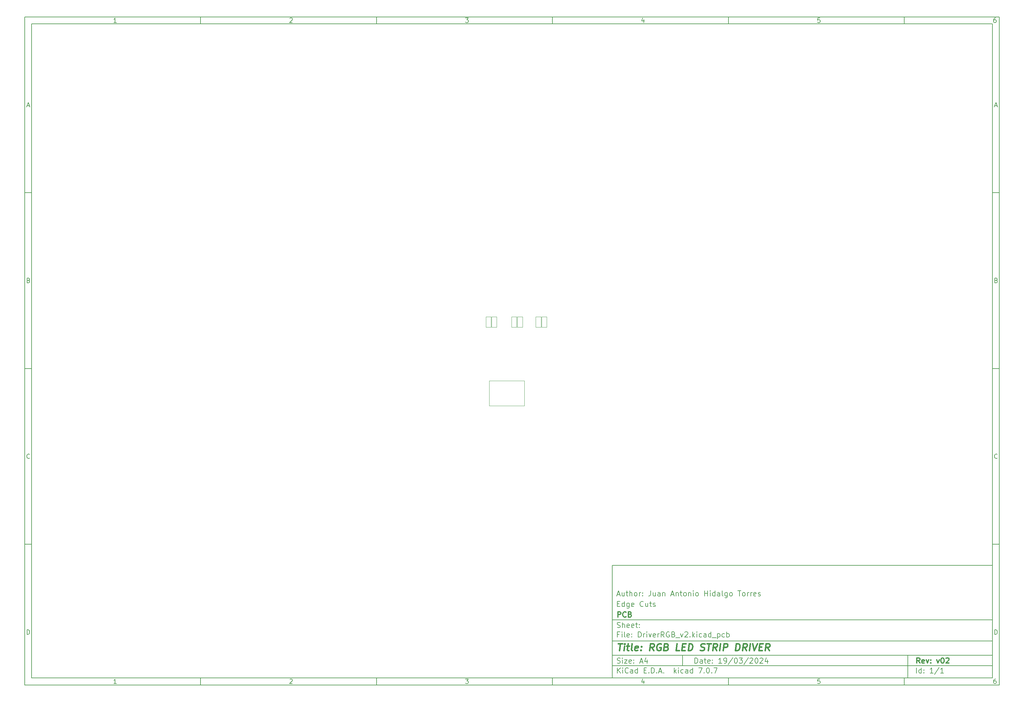
<source format=gbr>
%TF.GenerationSoftware,KiCad,Pcbnew,7.0.7*%
%TF.CreationDate,2024-04-23T17:54:35+02:00*%
%TF.ProjectId,DriverRGB_v2,44726976-6572-4524-9742-5f76322e6b69,v02*%
%TF.SameCoordinates,Original*%
%TF.FileFunction,Other,User*%
%FSLAX46Y46*%
G04 Gerber Fmt 4.6, Leading zero omitted, Abs format (unit mm)*
G04 Created by KiCad (PCBNEW 7.0.7) date 2024-04-23 17:54:35*
%MOMM*%
%LPD*%
G01*
G04 APERTURE LIST*
%ADD10C,0.100000*%
%ADD11C,0.150000*%
%ADD12C,0.300000*%
%ADD13C,0.400000*%
%ADD14C,0.050000*%
G04 APERTURE END LIST*
D10*
D11*
X177002200Y-166007200D02*
X285002200Y-166007200D01*
X285002200Y-198007200D01*
X177002200Y-198007200D01*
X177002200Y-166007200D01*
D10*
D11*
X10000000Y-10000000D02*
X287002200Y-10000000D01*
X287002200Y-200007200D01*
X10000000Y-200007200D01*
X10000000Y-10000000D01*
D10*
D11*
X12000000Y-12000000D02*
X285002200Y-12000000D01*
X285002200Y-198007200D01*
X12000000Y-198007200D01*
X12000000Y-12000000D01*
D10*
D11*
X60000000Y-12000000D02*
X60000000Y-10000000D01*
D10*
D11*
X110000000Y-12000000D02*
X110000000Y-10000000D01*
D10*
D11*
X160000000Y-12000000D02*
X160000000Y-10000000D01*
D10*
D11*
X210000000Y-12000000D02*
X210000000Y-10000000D01*
D10*
D11*
X260000000Y-12000000D02*
X260000000Y-10000000D01*
D10*
D11*
X36089160Y-11593604D02*
X35346303Y-11593604D01*
X35717731Y-11593604D02*
X35717731Y-10293604D01*
X35717731Y-10293604D02*
X35593922Y-10479319D01*
X35593922Y-10479319D02*
X35470112Y-10603128D01*
X35470112Y-10603128D02*
X35346303Y-10665033D01*
D10*
D11*
X85346303Y-10417414D02*
X85408207Y-10355509D01*
X85408207Y-10355509D02*
X85532017Y-10293604D01*
X85532017Y-10293604D02*
X85841541Y-10293604D01*
X85841541Y-10293604D02*
X85965350Y-10355509D01*
X85965350Y-10355509D02*
X86027255Y-10417414D01*
X86027255Y-10417414D02*
X86089160Y-10541223D01*
X86089160Y-10541223D02*
X86089160Y-10665033D01*
X86089160Y-10665033D02*
X86027255Y-10850747D01*
X86027255Y-10850747D02*
X85284398Y-11593604D01*
X85284398Y-11593604D02*
X86089160Y-11593604D01*
D10*
D11*
X135284398Y-10293604D02*
X136089160Y-10293604D01*
X136089160Y-10293604D02*
X135655826Y-10788842D01*
X135655826Y-10788842D02*
X135841541Y-10788842D01*
X135841541Y-10788842D02*
X135965350Y-10850747D01*
X135965350Y-10850747D02*
X136027255Y-10912652D01*
X136027255Y-10912652D02*
X136089160Y-11036461D01*
X136089160Y-11036461D02*
X136089160Y-11345985D01*
X136089160Y-11345985D02*
X136027255Y-11469795D01*
X136027255Y-11469795D02*
X135965350Y-11531700D01*
X135965350Y-11531700D02*
X135841541Y-11593604D01*
X135841541Y-11593604D02*
X135470112Y-11593604D01*
X135470112Y-11593604D02*
X135346303Y-11531700D01*
X135346303Y-11531700D02*
X135284398Y-11469795D01*
D10*
D11*
X185965350Y-10726938D02*
X185965350Y-11593604D01*
X185655826Y-10231700D02*
X185346303Y-11160271D01*
X185346303Y-11160271D02*
X186151064Y-11160271D01*
D10*
D11*
X236027255Y-10293604D02*
X235408207Y-10293604D01*
X235408207Y-10293604D02*
X235346303Y-10912652D01*
X235346303Y-10912652D02*
X235408207Y-10850747D01*
X235408207Y-10850747D02*
X235532017Y-10788842D01*
X235532017Y-10788842D02*
X235841541Y-10788842D01*
X235841541Y-10788842D02*
X235965350Y-10850747D01*
X235965350Y-10850747D02*
X236027255Y-10912652D01*
X236027255Y-10912652D02*
X236089160Y-11036461D01*
X236089160Y-11036461D02*
X236089160Y-11345985D01*
X236089160Y-11345985D02*
X236027255Y-11469795D01*
X236027255Y-11469795D02*
X235965350Y-11531700D01*
X235965350Y-11531700D02*
X235841541Y-11593604D01*
X235841541Y-11593604D02*
X235532017Y-11593604D01*
X235532017Y-11593604D02*
X235408207Y-11531700D01*
X235408207Y-11531700D02*
X235346303Y-11469795D01*
D10*
D11*
X285965350Y-10293604D02*
X285717731Y-10293604D01*
X285717731Y-10293604D02*
X285593922Y-10355509D01*
X285593922Y-10355509D02*
X285532017Y-10417414D01*
X285532017Y-10417414D02*
X285408207Y-10603128D01*
X285408207Y-10603128D02*
X285346303Y-10850747D01*
X285346303Y-10850747D02*
X285346303Y-11345985D01*
X285346303Y-11345985D02*
X285408207Y-11469795D01*
X285408207Y-11469795D02*
X285470112Y-11531700D01*
X285470112Y-11531700D02*
X285593922Y-11593604D01*
X285593922Y-11593604D02*
X285841541Y-11593604D01*
X285841541Y-11593604D02*
X285965350Y-11531700D01*
X285965350Y-11531700D02*
X286027255Y-11469795D01*
X286027255Y-11469795D02*
X286089160Y-11345985D01*
X286089160Y-11345985D02*
X286089160Y-11036461D01*
X286089160Y-11036461D02*
X286027255Y-10912652D01*
X286027255Y-10912652D02*
X285965350Y-10850747D01*
X285965350Y-10850747D02*
X285841541Y-10788842D01*
X285841541Y-10788842D02*
X285593922Y-10788842D01*
X285593922Y-10788842D02*
X285470112Y-10850747D01*
X285470112Y-10850747D02*
X285408207Y-10912652D01*
X285408207Y-10912652D02*
X285346303Y-11036461D01*
D10*
D11*
X60000000Y-198007200D02*
X60000000Y-200007200D01*
D10*
D11*
X110000000Y-198007200D02*
X110000000Y-200007200D01*
D10*
D11*
X160000000Y-198007200D02*
X160000000Y-200007200D01*
D10*
D11*
X210000000Y-198007200D02*
X210000000Y-200007200D01*
D10*
D11*
X260000000Y-198007200D02*
X260000000Y-200007200D01*
D10*
D11*
X36089160Y-199600804D02*
X35346303Y-199600804D01*
X35717731Y-199600804D02*
X35717731Y-198300804D01*
X35717731Y-198300804D02*
X35593922Y-198486519D01*
X35593922Y-198486519D02*
X35470112Y-198610328D01*
X35470112Y-198610328D02*
X35346303Y-198672233D01*
D10*
D11*
X85346303Y-198424614D02*
X85408207Y-198362709D01*
X85408207Y-198362709D02*
X85532017Y-198300804D01*
X85532017Y-198300804D02*
X85841541Y-198300804D01*
X85841541Y-198300804D02*
X85965350Y-198362709D01*
X85965350Y-198362709D02*
X86027255Y-198424614D01*
X86027255Y-198424614D02*
X86089160Y-198548423D01*
X86089160Y-198548423D02*
X86089160Y-198672233D01*
X86089160Y-198672233D02*
X86027255Y-198857947D01*
X86027255Y-198857947D02*
X85284398Y-199600804D01*
X85284398Y-199600804D02*
X86089160Y-199600804D01*
D10*
D11*
X135284398Y-198300804D02*
X136089160Y-198300804D01*
X136089160Y-198300804D02*
X135655826Y-198796042D01*
X135655826Y-198796042D02*
X135841541Y-198796042D01*
X135841541Y-198796042D02*
X135965350Y-198857947D01*
X135965350Y-198857947D02*
X136027255Y-198919852D01*
X136027255Y-198919852D02*
X136089160Y-199043661D01*
X136089160Y-199043661D02*
X136089160Y-199353185D01*
X136089160Y-199353185D02*
X136027255Y-199476995D01*
X136027255Y-199476995D02*
X135965350Y-199538900D01*
X135965350Y-199538900D02*
X135841541Y-199600804D01*
X135841541Y-199600804D02*
X135470112Y-199600804D01*
X135470112Y-199600804D02*
X135346303Y-199538900D01*
X135346303Y-199538900D02*
X135284398Y-199476995D01*
D10*
D11*
X185965350Y-198734138D02*
X185965350Y-199600804D01*
X185655826Y-198238900D02*
X185346303Y-199167471D01*
X185346303Y-199167471D02*
X186151064Y-199167471D01*
D10*
D11*
X236027255Y-198300804D02*
X235408207Y-198300804D01*
X235408207Y-198300804D02*
X235346303Y-198919852D01*
X235346303Y-198919852D02*
X235408207Y-198857947D01*
X235408207Y-198857947D02*
X235532017Y-198796042D01*
X235532017Y-198796042D02*
X235841541Y-198796042D01*
X235841541Y-198796042D02*
X235965350Y-198857947D01*
X235965350Y-198857947D02*
X236027255Y-198919852D01*
X236027255Y-198919852D02*
X236089160Y-199043661D01*
X236089160Y-199043661D02*
X236089160Y-199353185D01*
X236089160Y-199353185D02*
X236027255Y-199476995D01*
X236027255Y-199476995D02*
X235965350Y-199538900D01*
X235965350Y-199538900D02*
X235841541Y-199600804D01*
X235841541Y-199600804D02*
X235532017Y-199600804D01*
X235532017Y-199600804D02*
X235408207Y-199538900D01*
X235408207Y-199538900D02*
X235346303Y-199476995D01*
D10*
D11*
X285965350Y-198300804D02*
X285717731Y-198300804D01*
X285717731Y-198300804D02*
X285593922Y-198362709D01*
X285593922Y-198362709D02*
X285532017Y-198424614D01*
X285532017Y-198424614D02*
X285408207Y-198610328D01*
X285408207Y-198610328D02*
X285346303Y-198857947D01*
X285346303Y-198857947D02*
X285346303Y-199353185D01*
X285346303Y-199353185D02*
X285408207Y-199476995D01*
X285408207Y-199476995D02*
X285470112Y-199538900D01*
X285470112Y-199538900D02*
X285593922Y-199600804D01*
X285593922Y-199600804D02*
X285841541Y-199600804D01*
X285841541Y-199600804D02*
X285965350Y-199538900D01*
X285965350Y-199538900D02*
X286027255Y-199476995D01*
X286027255Y-199476995D02*
X286089160Y-199353185D01*
X286089160Y-199353185D02*
X286089160Y-199043661D01*
X286089160Y-199043661D02*
X286027255Y-198919852D01*
X286027255Y-198919852D02*
X285965350Y-198857947D01*
X285965350Y-198857947D02*
X285841541Y-198796042D01*
X285841541Y-198796042D02*
X285593922Y-198796042D01*
X285593922Y-198796042D02*
X285470112Y-198857947D01*
X285470112Y-198857947D02*
X285408207Y-198919852D01*
X285408207Y-198919852D02*
X285346303Y-199043661D01*
D10*
D11*
X10000000Y-60000000D02*
X12000000Y-60000000D01*
D10*
D11*
X10000000Y-110000000D02*
X12000000Y-110000000D01*
D10*
D11*
X10000000Y-160000000D02*
X12000000Y-160000000D01*
D10*
D11*
X10690476Y-35222176D02*
X11309523Y-35222176D01*
X10566666Y-35593604D02*
X10999999Y-34293604D01*
X10999999Y-34293604D02*
X11433333Y-35593604D01*
D10*
D11*
X11092857Y-84912652D02*
X11278571Y-84974557D01*
X11278571Y-84974557D02*
X11340476Y-85036461D01*
X11340476Y-85036461D02*
X11402380Y-85160271D01*
X11402380Y-85160271D02*
X11402380Y-85345985D01*
X11402380Y-85345985D02*
X11340476Y-85469795D01*
X11340476Y-85469795D02*
X11278571Y-85531700D01*
X11278571Y-85531700D02*
X11154761Y-85593604D01*
X11154761Y-85593604D02*
X10659523Y-85593604D01*
X10659523Y-85593604D02*
X10659523Y-84293604D01*
X10659523Y-84293604D02*
X11092857Y-84293604D01*
X11092857Y-84293604D02*
X11216666Y-84355509D01*
X11216666Y-84355509D02*
X11278571Y-84417414D01*
X11278571Y-84417414D02*
X11340476Y-84541223D01*
X11340476Y-84541223D02*
X11340476Y-84665033D01*
X11340476Y-84665033D02*
X11278571Y-84788842D01*
X11278571Y-84788842D02*
X11216666Y-84850747D01*
X11216666Y-84850747D02*
X11092857Y-84912652D01*
X11092857Y-84912652D02*
X10659523Y-84912652D01*
D10*
D11*
X11402380Y-135469795D02*
X11340476Y-135531700D01*
X11340476Y-135531700D02*
X11154761Y-135593604D01*
X11154761Y-135593604D02*
X11030952Y-135593604D01*
X11030952Y-135593604D02*
X10845238Y-135531700D01*
X10845238Y-135531700D02*
X10721428Y-135407890D01*
X10721428Y-135407890D02*
X10659523Y-135284080D01*
X10659523Y-135284080D02*
X10597619Y-135036461D01*
X10597619Y-135036461D02*
X10597619Y-134850747D01*
X10597619Y-134850747D02*
X10659523Y-134603128D01*
X10659523Y-134603128D02*
X10721428Y-134479319D01*
X10721428Y-134479319D02*
X10845238Y-134355509D01*
X10845238Y-134355509D02*
X11030952Y-134293604D01*
X11030952Y-134293604D02*
X11154761Y-134293604D01*
X11154761Y-134293604D02*
X11340476Y-134355509D01*
X11340476Y-134355509D02*
X11402380Y-134417414D01*
D10*
D11*
X10659523Y-185593604D02*
X10659523Y-184293604D01*
X10659523Y-184293604D02*
X10969047Y-184293604D01*
X10969047Y-184293604D02*
X11154761Y-184355509D01*
X11154761Y-184355509D02*
X11278571Y-184479319D01*
X11278571Y-184479319D02*
X11340476Y-184603128D01*
X11340476Y-184603128D02*
X11402380Y-184850747D01*
X11402380Y-184850747D02*
X11402380Y-185036461D01*
X11402380Y-185036461D02*
X11340476Y-185284080D01*
X11340476Y-185284080D02*
X11278571Y-185407890D01*
X11278571Y-185407890D02*
X11154761Y-185531700D01*
X11154761Y-185531700D02*
X10969047Y-185593604D01*
X10969047Y-185593604D02*
X10659523Y-185593604D01*
D10*
D11*
X287002200Y-60000000D02*
X285002200Y-60000000D01*
D10*
D11*
X287002200Y-110000000D02*
X285002200Y-110000000D01*
D10*
D11*
X287002200Y-160000000D02*
X285002200Y-160000000D01*
D10*
D11*
X285692676Y-35222176D02*
X286311723Y-35222176D01*
X285568866Y-35593604D02*
X286002199Y-34293604D01*
X286002199Y-34293604D02*
X286435533Y-35593604D01*
D10*
D11*
X286095057Y-84912652D02*
X286280771Y-84974557D01*
X286280771Y-84974557D02*
X286342676Y-85036461D01*
X286342676Y-85036461D02*
X286404580Y-85160271D01*
X286404580Y-85160271D02*
X286404580Y-85345985D01*
X286404580Y-85345985D02*
X286342676Y-85469795D01*
X286342676Y-85469795D02*
X286280771Y-85531700D01*
X286280771Y-85531700D02*
X286156961Y-85593604D01*
X286156961Y-85593604D02*
X285661723Y-85593604D01*
X285661723Y-85593604D02*
X285661723Y-84293604D01*
X285661723Y-84293604D02*
X286095057Y-84293604D01*
X286095057Y-84293604D02*
X286218866Y-84355509D01*
X286218866Y-84355509D02*
X286280771Y-84417414D01*
X286280771Y-84417414D02*
X286342676Y-84541223D01*
X286342676Y-84541223D02*
X286342676Y-84665033D01*
X286342676Y-84665033D02*
X286280771Y-84788842D01*
X286280771Y-84788842D02*
X286218866Y-84850747D01*
X286218866Y-84850747D02*
X286095057Y-84912652D01*
X286095057Y-84912652D02*
X285661723Y-84912652D01*
D10*
D11*
X286404580Y-135469795D02*
X286342676Y-135531700D01*
X286342676Y-135531700D02*
X286156961Y-135593604D01*
X286156961Y-135593604D02*
X286033152Y-135593604D01*
X286033152Y-135593604D02*
X285847438Y-135531700D01*
X285847438Y-135531700D02*
X285723628Y-135407890D01*
X285723628Y-135407890D02*
X285661723Y-135284080D01*
X285661723Y-135284080D02*
X285599819Y-135036461D01*
X285599819Y-135036461D02*
X285599819Y-134850747D01*
X285599819Y-134850747D02*
X285661723Y-134603128D01*
X285661723Y-134603128D02*
X285723628Y-134479319D01*
X285723628Y-134479319D02*
X285847438Y-134355509D01*
X285847438Y-134355509D02*
X286033152Y-134293604D01*
X286033152Y-134293604D02*
X286156961Y-134293604D01*
X286156961Y-134293604D02*
X286342676Y-134355509D01*
X286342676Y-134355509D02*
X286404580Y-134417414D01*
D10*
D11*
X285661723Y-185593604D02*
X285661723Y-184293604D01*
X285661723Y-184293604D02*
X285971247Y-184293604D01*
X285971247Y-184293604D02*
X286156961Y-184355509D01*
X286156961Y-184355509D02*
X286280771Y-184479319D01*
X286280771Y-184479319D02*
X286342676Y-184603128D01*
X286342676Y-184603128D02*
X286404580Y-184850747D01*
X286404580Y-184850747D02*
X286404580Y-185036461D01*
X286404580Y-185036461D02*
X286342676Y-185284080D01*
X286342676Y-185284080D02*
X286280771Y-185407890D01*
X286280771Y-185407890D02*
X286156961Y-185531700D01*
X286156961Y-185531700D02*
X285971247Y-185593604D01*
X285971247Y-185593604D02*
X285661723Y-185593604D01*
D10*
D11*
X200458026Y-193793328D02*
X200458026Y-192293328D01*
X200458026Y-192293328D02*
X200815169Y-192293328D01*
X200815169Y-192293328D02*
X201029455Y-192364757D01*
X201029455Y-192364757D02*
X201172312Y-192507614D01*
X201172312Y-192507614D02*
X201243741Y-192650471D01*
X201243741Y-192650471D02*
X201315169Y-192936185D01*
X201315169Y-192936185D02*
X201315169Y-193150471D01*
X201315169Y-193150471D02*
X201243741Y-193436185D01*
X201243741Y-193436185D02*
X201172312Y-193579042D01*
X201172312Y-193579042D02*
X201029455Y-193721900D01*
X201029455Y-193721900D02*
X200815169Y-193793328D01*
X200815169Y-193793328D02*
X200458026Y-193793328D01*
X202600884Y-193793328D02*
X202600884Y-193007614D01*
X202600884Y-193007614D02*
X202529455Y-192864757D01*
X202529455Y-192864757D02*
X202386598Y-192793328D01*
X202386598Y-192793328D02*
X202100884Y-192793328D01*
X202100884Y-192793328D02*
X201958026Y-192864757D01*
X202600884Y-193721900D02*
X202458026Y-193793328D01*
X202458026Y-193793328D02*
X202100884Y-193793328D01*
X202100884Y-193793328D02*
X201958026Y-193721900D01*
X201958026Y-193721900D02*
X201886598Y-193579042D01*
X201886598Y-193579042D02*
X201886598Y-193436185D01*
X201886598Y-193436185D02*
X201958026Y-193293328D01*
X201958026Y-193293328D02*
X202100884Y-193221900D01*
X202100884Y-193221900D02*
X202458026Y-193221900D01*
X202458026Y-193221900D02*
X202600884Y-193150471D01*
X203100884Y-192793328D02*
X203672312Y-192793328D01*
X203315169Y-192293328D02*
X203315169Y-193579042D01*
X203315169Y-193579042D02*
X203386598Y-193721900D01*
X203386598Y-193721900D02*
X203529455Y-193793328D01*
X203529455Y-193793328D02*
X203672312Y-193793328D01*
X204743741Y-193721900D02*
X204600884Y-193793328D01*
X204600884Y-193793328D02*
X204315170Y-193793328D01*
X204315170Y-193793328D02*
X204172312Y-193721900D01*
X204172312Y-193721900D02*
X204100884Y-193579042D01*
X204100884Y-193579042D02*
X204100884Y-193007614D01*
X204100884Y-193007614D02*
X204172312Y-192864757D01*
X204172312Y-192864757D02*
X204315170Y-192793328D01*
X204315170Y-192793328D02*
X204600884Y-192793328D01*
X204600884Y-192793328D02*
X204743741Y-192864757D01*
X204743741Y-192864757D02*
X204815170Y-193007614D01*
X204815170Y-193007614D02*
X204815170Y-193150471D01*
X204815170Y-193150471D02*
X204100884Y-193293328D01*
X205458026Y-193650471D02*
X205529455Y-193721900D01*
X205529455Y-193721900D02*
X205458026Y-193793328D01*
X205458026Y-193793328D02*
X205386598Y-193721900D01*
X205386598Y-193721900D02*
X205458026Y-193650471D01*
X205458026Y-193650471D02*
X205458026Y-193793328D01*
X205458026Y-192864757D02*
X205529455Y-192936185D01*
X205529455Y-192936185D02*
X205458026Y-193007614D01*
X205458026Y-193007614D02*
X205386598Y-192936185D01*
X205386598Y-192936185D02*
X205458026Y-192864757D01*
X205458026Y-192864757D02*
X205458026Y-193007614D01*
X208100884Y-193793328D02*
X207243741Y-193793328D01*
X207672312Y-193793328D02*
X207672312Y-192293328D01*
X207672312Y-192293328D02*
X207529455Y-192507614D01*
X207529455Y-192507614D02*
X207386598Y-192650471D01*
X207386598Y-192650471D02*
X207243741Y-192721900D01*
X208815169Y-193793328D02*
X209100883Y-193793328D01*
X209100883Y-193793328D02*
X209243740Y-193721900D01*
X209243740Y-193721900D02*
X209315169Y-193650471D01*
X209315169Y-193650471D02*
X209458026Y-193436185D01*
X209458026Y-193436185D02*
X209529455Y-193150471D01*
X209529455Y-193150471D02*
X209529455Y-192579042D01*
X209529455Y-192579042D02*
X209458026Y-192436185D01*
X209458026Y-192436185D02*
X209386598Y-192364757D01*
X209386598Y-192364757D02*
X209243740Y-192293328D01*
X209243740Y-192293328D02*
X208958026Y-192293328D01*
X208958026Y-192293328D02*
X208815169Y-192364757D01*
X208815169Y-192364757D02*
X208743740Y-192436185D01*
X208743740Y-192436185D02*
X208672312Y-192579042D01*
X208672312Y-192579042D02*
X208672312Y-192936185D01*
X208672312Y-192936185D02*
X208743740Y-193079042D01*
X208743740Y-193079042D02*
X208815169Y-193150471D01*
X208815169Y-193150471D02*
X208958026Y-193221900D01*
X208958026Y-193221900D02*
X209243740Y-193221900D01*
X209243740Y-193221900D02*
X209386598Y-193150471D01*
X209386598Y-193150471D02*
X209458026Y-193079042D01*
X209458026Y-193079042D02*
X209529455Y-192936185D01*
X211243740Y-192221900D02*
X209958026Y-194150471D01*
X212029455Y-192293328D02*
X212172312Y-192293328D01*
X212172312Y-192293328D02*
X212315169Y-192364757D01*
X212315169Y-192364757D02*
X212386598Y-192436185D01*
X212386598Y-192436185D02*
X212458026Y-192579042D01*
X212458026Y-192579042D02*
X212529455Y-192864757D01*
X212529455Y-192864757D02*
X212529455Y-193221900D01*
X212529455Y-193221900D02*
X212458026Y-193507614D01*
X212458026Y-193507614D02*
X212386598Y-193650471D01*
X212386598Y-193650471D02*
X212315169Y-193721900D01*
X212315169Y-193721900D02*
X212172312Y-193793328D01*
X212172312Y-193793328D02*
X212029455Y-193793328D01*
X212029455Y-193793328D02*
X211886598Y-193721900D01*
X211886598Y-193721900D02*
X211815169Y-193650471D01*
X211815169Y-193650471D02*
X211743740Y-193507614D01*
X211743740Y-193507614D02*
X211672312Y-193221900D01*
X211672312Y-193221900D02*
X211672312Y-192864757D01*
X211672312Y-192864757D02*
X211743740Y-192579042D01*
X211743740Y-192579042D02*
X211815169Y-192436185D01*
X211815169Y-192436185D02*
X211886598Y-192364757D01*
X211886598Y-192364757D02*
X212029455Y-192293328D01*
X213029454Y-192293328D02*
X213958026Y-192293328D01*
X213958026Y-192293328D02*
X213458026Y-192864757D01*
X213458026Y-192864757D02*
X213672311Y-192864757D01*
X213672311Y-192864757D02*
X213815169Y-192936185D01*
X213815169Y-192936185D02*
X213886597Y-193007614D01*
X213886597Y-193007614D02*
X213958026Y-193150471D01*
X213958026Y-193150471D02*
X213958026Y-193507614D01*
X213958026Y-193507614D02*
X213886597Y-193650471D01*
X213886597Y-193650471D02*
X213815169Y-193721900D01*
X213815169Y-193721900D02*
X213672311Y-193793328D01*
X213672311Y-193793328D02*
X213243740Y-193793328D01*
X213243740Y-193793328D02*
X213100883Y-193721900D01*
X213100883Y-193721900D02*
X213029454Y-193650471D01*
X215672311Y-192221900D02*
X214386597Y-194150471D01*
X216100883Y-192436185D02*
X216172311Y-192364757D01*
X216172311Y-192364757D02*
X216315169Y-192293328D01*
X216315169Y-192293328D02*
X216672311Y-192293328D01*
X216672311Y-192293328D02*
X216815169Y-192364757D01*
X216815169Y-192364757D02*
X216886597Y-192436185D01*
X216886597Y-192436185D02*
X216958026Y-192579042D01*
X216958026Y-192579042D02*
X216958026Y-192721900D01*
X216958026Y-192721900D02*
X216886597Y-192936185D01*
X216886597Y-192936185D02*
X216029454Y-193793328D01*
X216029454Y-193793328D02*
X216958026Y-193793328D01*
X217886597Y-192293328D02*
X218029454Y-192293328D01*
X218029454Y-192293328D02*
X218172311Y-192364757D01*
X218172311Y-192364757D02*
X218243740Y-192436185D01*
X218243740Y-192436185D02*
X218315168Y-192579042D01*
X218315168Y-192579042D02*
X218386597Y-192864757D01*
X218386597Y-192864757D02*
X218386597Y-193221900D01*
X218386597Y-193221900D02*
X218315168Y-193507614D01*
X218315168Y-193507614D02*
X218243740Y-193650471D01*
X218243740Y-193650471D02*
X218172311Y-193721900D01*
X218172311Y-193721900D02*
X218029454Y-193793328D01*
X218029454Y-193793328D02*
X217886597Y-193793328D01*
X217886597Y-193793328D02*
X217743740Y-193721900D01*
X217743740Y-193721900D02*
X217672311Y-193650471D01*
X217672311Y-193650471D02*
X217600882Y-193507614D01*
X217600882Y-193507614D02*
X217529454Y-193221900D01*
X217529454Y-193221900D02*
X217529454Y-192864757D01*
X217529454Y-192864757D02*
X217600882Y-192579042D01*
X217600882Y-192579042D02*
X217672311Y-192436185D01*
X217672311Y-192436185D02*
X217743740Y-192364757D01*
X217743740Y-192364757D02*
X217886597Y-192293328D01*
X218958025Y-192436185D02*
X219029453Y-192364757D01*
X219029453Y-192364757D02*
X219172311Y-192293328D01*
X219172311Y-192293328D02*
X219529453Y-192293328D01*
X219529453Y-192293328D02*
X219672311Y-192364757D01*
X219672311Y-192364757D02*
X219743739Y-192436185D01*
X219743739Y-192436185D02*
X219815168Y-192579042D01*
X219815168Y-192579042D02*
X219815168Y-192721900D01*
X219815168Y-192721900D02*
X219743739Y-192936185D01*
X219743739Y-192936185D02*
X218886596Y-193793328D01*
X218886596Y-193793328D02*
X219815168Y-193793328D01*
X221100882Y-192793328D02*
X221100882Y-193793328D01*
X220743739Y-192221900D02*
X220386596Y-193293328D01*
X220386596Y-193293328D02*
X221315167Y-193293328D01*
D10*
D11*
X177002200Y-194507200D02*
X285002200Y-194507200D01*
D10*
D11*
X178458026Y-196593328D02*
X178458026Y-195093328D01*
X179315169Y-196593328D02*
X178672312Y-195736185D01*
X179315169Y-195093328D02*
X178458026Y-195950471D01*
X179958026Y-196593328D02*
X179958026Y-195593328D01*
X179958026Y-195093328D02*
X179886598Y-195164757D01*
X179886598Y-195164757D02*
X179958026Y-195236185D01*
X179958026Y-195236185D02*
X180029455Y-195164757D01*
X180029455Y-195164757D02*
X179958026Y-195093328D01*
X179958026Y-195093328D02*
X179958026Y-195236185D01*
X181529455Y-196450471D02*
X181458027Y-196521900D01*
X181458027Y-196521900D02*
X181243741Y-196593328D01*
X181243741Y-196593328D02*
X181100884Y-196593328D01*
X181100884Y-196593328D02*
X180886598Y-196521900D01*
X180886598Y-196521900D02*
X180743741Y-196379042D01*
X180743741Y-196379042D02*
X180672312Y-196236185D01*
X180672312Y-196236185D02*
X180600884Y-195950471D01*
X180600884Y-195950471D02*
X180600884Y-195736185D01*
X180600884Y-195736185D02*
X180672312Y-195450471D01*
X180672312Y-195450471D02*
X180743741Y-195307614D01*
X180743741Y-195307614D02*
X180886598Y-195164757D01*
X180886598Y-195164757D02*
X181100884Y-195093328D01*
X181100884Y-195093328D02*
X181243741Y-195093328D01*
X181243741Y-195093328D02*
X181458027Y-195164757D01*
X181458027Y-195164757D02*
X181529455Y-195236185D01*
X182815170Y-196593328D02*
X182815170Y-195807614D01*
X182815170Y-195807614D02*
X182743741Y-195664757D01*
X182743741Y-195664757D02*
X182600884Y-195593328D01*
X182600884Y-195593328D02*
X182315170Y-195593328D01*
X182315170Y-195593328D02*
X182172312Y-195664757D01*
X182815170Y-196521900D02*
X182672312Y-196593328D01*
X182672312Y-196593328D02*
X182315170Y-196593328D01*
X182315170Y-196593328D02*
X182172312Y-196521900D01*
X182172312Y-196521900D02*
X182100884Y-196379042D01*
X182100884Y-196379042D02*
X182100884Y-196236185D01*
X182100884Y-196236185D02*
X182172312Y-196093328D01*
X182172312Y-196093328D02*
X182315170Y-196021900D01*
X182315170Y-196021900D02*
X182672312Y-196021900D01*
X182672312Y-196021900D02*
X182815170Y-195950471D01*
X184172313Y-196593328D02*
X184172313Y-195093328D01*
X184172313Y-196521900D02*
X184029455Y-196593328D01*
X184029455Y-196593328D02*
X183743741Y-196593328D01*
X183743741Y-196593328D02*
X183600884Y-196521900D01*
X183600884Y-196521900D02*
X183529455Y-196450471D01*
X183529455Y-196450471D02*
X183458027Y-196307614D01*
X183458027Y-196307614D02*
X183458027Y-195879042D01*
X183458027Y-195879042D02*
X183529455Y-195736185D01*
X183529455Y-195736185D02*
X183600884Y-195664757D01*
X183600884Y-195664757D02*
X183743741Y-195593328D01*
X183743741Y-195593328D02*
X184029455Y-195593328D01*
X184029455Y-195593328D02*
X184172313Y-195664757D01*
X186029455Y-195807614D02*
X186529455Y-195807614D01*
X186743741Y-196593328D02*
X186029455Y-196593328D01*
X186029455Y-196593328D02*
X186029455Y-195093328D01*
X186029455Y-195093328D02*
X186743741Y-195093328D01*
X187386598Y-196450471D02*
X187458027Y-196521900D01*
X187458027Y-196521900D02*
X187386598Y-196593328D01*
X187386598Y-196593328D02*
X187315170Y-196521900D01*
X187315170Y-196521900D02*
X187386598Y-196450471D01*
X187386598Y-196450471D02*
X187386598Y-196593328D01*
X188100884Y-196593328D02*
X188100884Y-195093328D01*
X188100884Y-195093328D02*
X188458027Y-195093328D01*
X188458027Y-195093328D02*
X188672313Y-195164757D01*
X188672313Y-195164757D02*
X188815170Y-195307614D01*
X188815170Y-195307614D02*
X188886599Y-195450471D01*
X188886599Y-195450471D02*
X188958027Y-195736185D01*
X188958027Y-195736185D02*
X188958027Y-195950471D01*
X188958027Y-195950471D02*
X188886599Y-196236185D01*
X188886599Y-196236185D02*
X188815170Y-196379042D01*
X188815170Y-196379042D02*
X188672313Y-196521900D01*
X188672313Y-196521900D02*
X188458027Y-196593328D01*
X188458027Y-196593328D02*
X188100884Y-196593328D01*
X189600884Y-196450471D02*
X189672313Y-196521900D01*
X189672313Y-196521900D02*
X189600884Y-196593328D01*
X189600884Y-196593328D02*
X189529456Y-196521900D01*
X189529456Y-196521900D02*
X189600884Y-196450471D01*
X189600884Y-196450471D02*
X189600884Y-196593328D01*
X190243742Y-196164757D02*
X190958028Y-196164757D01*
X190100885Y-196593328D02*
X190600885Y-195093328D01*
X190600885Y-195093328D02*
X191100885Y-196593328D01*
X191600884Y-196450471D02*
X191672313Y-196521900D01*
X191672313Y-196521900D02*
X191600884Y-196593328D01*
X191600884Y-196593328D02*
X191529456Y-196521900D01*
X191529456Y-196521900D02*
X191600884Y-196450471D01*
X191600884Y-196450471D02*
X191600884Y-196593328D01*
X194600884Y-196593328D02*
X194600884Y-195093328D01*
X194743742Y-196021900D02*
X195172313Y-196593328D01*
X195172313Y-195593328D02*
X194600884Y-196164757D01*
X195815170Y-196593328D02*
X195815170Y-195593328D01*
X195815170Y-195093328D02*
X195743742Y-195164757D01*
X195743742Y-195164757D02*
X195815170Y-195236185D01*
X195815170Y-195236185D02*
X195886599Y-195164757D01*
X195886599Y-195164757D02*
X195815170Y-195093328D01*
X195815170Y-195093328D02*
X195815170Y-195236185D01*
X197172314Y-196521900D02*
X197029456Y-196593328D01*
X197029456Y-196593328D02*
X196743742Y-196593328D01*
X196743742Y-196593328D02*
X196600885Y-196521900D01*
X196600885Y-196521900D02*
X196529456Y-196450471D01*
X196529456Y-196450471D02*
X196458028Y-196307614D01*
X196458028Y-196307614D02*
X196458028Y-195879042D01*
X196458028Y-195879042D02*
X196529456Y-195736185D01*
X196529456Y-195736185D02*
X196600885Y-195664757D01*
X196600885Y-195664757D02*
X196743742Y-195593328D01*
X196743742Y-195593328D02*
X197029456Y-195593328D01*
X197029456Y-195593328D02*
X197172314Y-195664757D01*
X198458028Y-196593328D02*
X198458028Y-195807614D01*
X198458028Y-195807614D02*
X198386599Y-195664757D01*
X198386599Y-195664757D02*
X198243742Y-195593328D01*
X198243742Y-195593328D02*
X197958028Y-195593328D01*
X197958028Y-195593328D02*
X197815170Y-195664757D01*
X198458028Y-196521900D02*
X198315170Y-196593328D01*
X198315170Y-196593328D02*
X197958028Y-196593328D01*
X197958028Y-196593328D02*
X197815170Y-196521900D01*
X197815170Y-196521900D02*
X197743742Y-196379042D01*
X197743742Y-196379042D02*
X197743742Y-196236185D01*
X197743742Y-196236185D02*
X197815170Y-196093328D01*
X197815170Y-196093328D02*
X197958028Y-196021900D01*
X197958028Y-196021900D02*
X198315170Y-196021900D01*
X198315170Y-196021900D02*
X198458028Y-195950471D01*
X199815171Y-196593328D02*
X199815171Y-195093328D01*
X199815171Y-196521900D02*
X199672313Y-196593328D01*
X199672313Y-196593328D02*
X199386599Y-196593328D01*
X199386599Y-196593328D02*
X199243742Y-196521900D01*
X199243742Y-196521900D02*
X199172313Y-196450471D01*
X199172313Y-196450471D02*
X199100885Y-196307614D01*
X199100885Y-196307614D02*
X199100885Y-195879042D01*
X199100885Y-195879042D02*
X199172313Y-195736185D01*
X199172313Y-195736185D02*
X199243742Y-195664757D01*
X199243742Y-195664757D02*
X199386599Y-195593328D01*
X199386599Y-195593328D02*
X199672313Y-195593328D01*
X199672313Y-195593328D02*
X199815171Y-195664757D01*
X201529456Y-195093328D02*
X202529456Y-195093328D01*
X202529456Y-195093328D02*
X201886599Y-196593328D01*
X203100884Y-196450471D02*
X203172313Y-196521900D01*
X203172313Y-196521900D02*
X203100884Y-196593328D01*
X203100884Y-196593328D02*
X203029456Y-196521900D01*
X203029456Y-196521900D02*
X203100884Y-196450471D01*
X203100884Y-196450471D02*
X203100884Y-196593328D01*
X204100885Y-195093328D02*
X204243742Y-195093328D01*
X204243742Y-195093328D02*
X204386599Y-195164757D01*
X204386599Y-195164757D02*
X204458028Y-195236185D01*
X204458028Y-195236185D02*
X204529456Y-195379042D01*
X204529456Y-195379042D02*
X204600885Y-195664757D01*
X204600885Y-195664757D02*
X204600885Y-196021900D01*
X204600885Y-196021900D02*
X204529456Y-196307614D01*
X204529456Y-196307614D02*
X204458028Y-196450471D01*
X204458028Y-196450471D02*
X204386599Y-196521900D01*
X204386599Y-196521900D02*
X204243742Y-196593328D01*
X204243742Y-196593328D02*
X204100885Y-196593328D01*
X204100885Y-196593328D02*
X203958028Y-196521900D01*
X203958028Y-196521900D02*
X203886599Y-196450471D01*
X203886599Y-196450471D02*
X203815170Y-196307614D01*
X203815170Y-196307614D02*
X203743742Y-196021900D01*
X203743742Y-196021900D02*
X203743742Y-195664757D01*
X203743742Y-195664757D02*
X203815170Y-195379042D01*
X203815170Y-195379042D02*
X203886599Y-195236185D01*
X203886599Y-195236185D02*
X203958028Y-195164757D01*
X203958028Y-195164757D02*
X204100885Y-195093328D01*
X205243741Y-196450471D02*
X205315170Y-196521900D01*
X205315170Y-196521900D02*
X205243741Y-196593328D01*
X205243741Y-196593328D02*
X205172313Y-196521900D01*
X205172313Y-196521900D02*
X205243741Y-196450471D01*
X205243741Y-196450471D02*
X205243741Y-196593328D01*
X205815170Y-195093328D02*
X206815170Y-195093328D01*
X206815170Y-195093328D02*
X206172313Y-196593328D01*
D10*
D11*
X177002200Y-191507200D02*
X285002200Y-191507200D01*
D10*
D12*
X264413853Y-193785528D02*
X263913853Y-193071242D01*
X263556710Y-193785528D02*
X263556710Y-192285528D01*
X263556710Y-192285528D02*
X264128139Y-192285528D01*
X264128139Y-192285528D02*
X264270996Y-192356957D01*
X264270996Y-192356957D02*
X264342425Y-192428385D01*
X264342425Y-192428385D02*
X264413853Y-192571242D01*
X264413853Y-192571242D02*
X264413853Y-192785528D01*
X264413853Y-192785528D02*
X264342425Y-192928385D01*
X264342425Y-192928385D02*
X264270996Y-192999814D01*
X264270996Y-192999814D02*
X264128139Y-193071242D01*
X264128139Y-193071242D02*
X263556710Y-193071242D01*
X265628139Y-193714100D02*
X265485282Y-193785528D01*
X265485282Y-193785528D02*
X265199568Y-193785528D01*
X265199568Y-193785528D02*
X265056710Y-193714100D01*
X265056710Y-193714100D02*
X264985282Y-193571242D01*
X264985282Y-193571242D02*
X264985282Y-192999814D01*
X264985282Y-192999814D02*
X265056710Y-192856957D01*
X265056710Y-192856957D02*
X265199568Y-192785528D01*
X265199568Y-192785528D02*
X265485282Y-192785528D01*
X265485282Y-192785528D02*
X265628139Y-192856957D01*
X265628139Y-192856957D02*
X265699568Y-192999814D01*
X265699568Y-192999814D02*
X265699568Y-193142671D01*
X265699568Y-193142671D02*
X264985282Y-193285528D01*
X266199567Y-192785528D02*
X266556710Y-193785528D01*
X266556710Y-193785528D02*
X266913853Y-192785528D01*
X267485281Y-193642671D02*
X267556710Y-193714100D01*
X267556710Y-193714100D02*
X267485281Y-193785528D01*
X267485281Y-193785528D02*
X267413853Y-193714100D01*
X267413853Y-193714100D02*
X267485281Y-193642671D01*
X267485281Y-193642671D02*
X267485281Y-193785528D01*
X267485281Y-192856957D02*
X267556710Y-192928385D01*
X267556710Y-192928385D02*
X267485281Y-192999814D01*
X267485281Y-192999814D02*
X267413853Y-192928385D01*
X267413853Y-192928385D02*
X267485281Y-192856957D01*
X267485281Y-192856957D02*
X267485281Y-192999814D01*
X269199567Y-192785528D02*
X269556710Y-193785528D01*
X269556710Y-193785528D02*
X269913853Y-192785528D01*
X270770996Y-192285528D02*
X270913853Y-192285528D01*
X270913853Y-192285528D02*
X271056710Y-192356957D01*
X271056710Y-192356957D02*
X271128139Y-192428385D01*
X271128139Y-192428385D02*
X271199567Y-192571242D01*
X271199567Y-192571242D02*
X271270996Y-192856957D01*
X271270996Y-192856957D02*
X271270996Y-193214100D01*
X271270996Y-193214100D02*
X271199567Y-193499814D01*
X271199567Y-193499814D02*
X271128139Y-193642671D01*
X271128139Y-193642671D02*
X271056710Y-193714100D01*
X271056710Y-193714100D02*
X270913853Y-193785528D01*
X270913853Y-193785528D02*
X270770996Y-193785528D01*
X270770996Y-193785528D02*
X270628139Y-193714100D01*
X270628139Y-193714100D02*
X270556710Y-193642671D01*
X270556710Y-193642671D02*
X270485281Y-193499814D01*
X270485281Y-193499814D02*
X270413853Y-193214100D01*
X270413853Y-193214100D02*
X270413853Y-192856957D01*
X270413853Y-192856957D02*
X270485281Y-192571242D01*
X270485281Y-192571242D02*
X270556710Y-192428385D01*
X270556710Y-192428385D02*
X270628139Y-192356957D01*
X270628139Y-192356957D02*
X270770996Y-192285528D01*
X271842424Y-192428385D02*
X271913852Y-192356957D01*
X271913852Y-192356957D02*
X272056710Y-192285528D01*
X272056710Y-192285528D02*
X272413852Y-192285528D01*
X272413852Y-192285528D02*
X272556710Y-192356957D01*
X272556710Y-192356957D02*
X272628138Y-192428385D01*
X272628138Y-192428385D02*
X272699567Y-192571242D01*
X272699567Y-192571242D02*
X272699567Y-192714100D01*
X272699567Y-192714100D02*
X272628138Y-192928385D01*
X272628138Y-192928385D02*
X271770995Y-193785528D01*
X271770995Y-193785528D02*
X272699567Y-193785528D01*
D10*
D11*
X178386598Y-193721900D02*
X178600884Y-193793328D01*
X178600884Y-193793328D02*
X178958026Y-193793328D01*
X178958026Y-193793328D02*
X179100884Y-193721900D01*
X179100884Y-193721900D02*
X179172312Y-193650471D01*
X179172312Y-193650471D02*
X179243741Y-193507614D01*
X179243741Y-193507614D02*
X179243741Y-193364757D01*
X179243741Y-193364757D02*
X179172312Y-193221900D01*
X179172312Y-193221900D02*
X179100884Y-193150471D01*
X179100884Y-193150471D02*
X178958026Y-193079042D01*
X178958026Y-193079042D02*
X178672312Y-193007614D01*
X178672312Y-193007614D02*
X178529455Y-192936185D01*
X178529455Y-192936185D02*
X178458026Y-192864757D01*
X178458026Y-192864757D02*
X178386598Y-192721900D01*
X178386598Y-192721900D02*
X178386598Y-192579042D01*
X178386598Y-192579042D02*
X178458026Y-192436185D01*
X178458026Y-192436185D02*
X178529455Y-192364757D01*
X178529455Y-192364757D02*
X178672312Y-192293328D01*
X178672312Y-192293328D02*
X179029455Y-192293328D01*
X179029455Y-192293328D02*
X179243741Y-192364757D01*
X179886597Y-193793328D02*
X179886597Y-192793328D01*
X179886597Y-192293328D02*
X179815169Y-192364757D01*
X179815169Y-192364757D02*
X179886597Y-192436185D01*
X179886597Y-192436185D02*
X179958026Y-192364757D01*
X179958026Y-192364757D02*
X179886597Y-192293328D01*
X179886597Y-192293328D02*
X179886597Y-192436185D01*
X180458026Y-192793328D02*
X181243741Y-192793328D01*
X181243741Y-192793328D02*
X180458026Y-193793328D01*
X180458026Y-193793328D02*
X181243741Y-193793328D01*
X182386598Y-193721900D02*
X182243741Y-193793328D01*
X182243741Y-193793328D02*
X181958027Y-193793328D01*
X181958027Y-193793328D02*
X181815169Y-193721900D01*
X181815169Y-193721900D02*
X181743741Y-193579042D01*
X181743741Y-193579042D02*
X181743741Y-193007614D01*
X181743741Y-193007614D02*
X181815169Y-192864757D01*
X181815169Y-192864757D02*
X181958027Y-192793328D01*
X181958027Y-192793328D02*
X182243741Y-192793328D01*
X182243741Y-192793328D02*
X182386598Y-192864757D01*
X182386598Y-192864757D02*
X182458027Y-193007614D01*
X182458027Y-193007614D02*
X182458027Y-193150471D01*
X182458027Y-193150471D02*
X181743741Y-193293328D01*
X183100883Y-193650471D02*
X183172312Y-193721900D01*
X183172312Y-193721900D02*
X183100883Y-193793328D01*
X183100883Y-193793328D02*
X183029455Y-193721900D01*
X183029455Y-193721900D02*
X183100883Y-193650471D01*
X183100883Y-193650471D02*
X183100883Y-193793328D01*
X183100883Y-192864757D02*
X183172312Y-192936185D01*
X183172312Y-192936185D02*
X183100883Y-193007614D01*
X183100883Y-193007614D02*
X183029455Y-192936185D01*
X183029455Y-192936185D02*
X183100883Y-192864757D01*
X183100883Y-192864757D02*
X183100883Y-193007614D01*
X184886598Y-193364757D02*
X185600884Y-193364757D01*
X184743741Y-193793328D02*
X185243741Y-192293328D01*
X185243741Y-192293328D02*
X185743741Y-193793328D01*
X186886598Y-192793328D02*
X186886598Y-193793328D01*
X186529455Y-192221900D02*
X186172312Y-193293328D01*
X186172312Y-193293328D02*
X187100883Y-193293328D01*
D10*
D11*
X263458026Y-196593328D02*
X263458026Y-195093328D01*
X264815170Y-196593328D02*
X264815170Y-195093328D01*
X264815170Y-196521900D02*
X264672312Y-196593328D01*
X264672312Y-196593328D02*
X264386598Y-196593328D01*
X264386598Y-196593328D02*
X264243741Y-196521900D01*
X264243741Y-196521900D02*
X264172312Y-196450471D01*
X264172312Y-196450471D02*
X264100884Y-196307614D01*
X264100884Y-196307614D02*
X264100884Y-195879042D01*
X264100884Y-195879042D02*
X264172312Y-195736185D01*
X264172312Y-195736185D02*
X264243741Y-195664757D01*
X264243741Y-195664757D02*
X264386598Y-195593328D01*
X264386598Y-195593328D02*
X264672312Y-195593328D01*
X264672312Y-195593328D02*
X264815170Y-195664757D01*
X265529455Y-196450471D02*
X265600884Y-196521900D01*
X265600884Y-196521900D02*
X265529455Y-196593328D01*
X265529455Y-196593328D02*
X265458027Y-196521900D01*
X265458027Y-196521900D02*
X265529455Y-196450471D01*
X265529455Y-196450471D02*
X265529455Y-196593328D01*
X265529455Y-195664757D02*
X265600884Y-195736185D01*
X265600884Y-195736185D02*
X265529455Y-195807614D01*
X265529455Y-195807614D02*
X265458027Y-195736185D01*
X265458027Y-195736185D02*
X265529455Y-195664757D01*
X265529455Y-195664757D02*
X265529455Y-195807614D01*
X268172313Y-196593328D02*
X267315170Y-196593328D01*
X267743741Y-196593328D02*
X267743741Y-195093328D01*
X267743741Y-195093328D02*
X267600884Y-195307614D01*
X267600884Y-195307614D02*
X267458027Y-195450471D01*
X267458027Y-195450471D02*
X267315170Y-195521900D01*
X269886598Y-195021900D02*
X268600884Y-196950471D01*
X271172313Y-196593328D02*
X270315170Y-196593328D01*
X270743741Y-196593328D02*
X270743741Y-195093328D01*
X270743741Y-195093328D02*
X270600884Y-195307614D01*
X270600884Y-195307614D02*
X270458027Y-195450471D01*
X270458027Y-195450471D02*
X270315170Y-195521900D01*
D10*
D11*
X177002200Y-187507200D02*
X285002200Y-187507200D01*
D10*
D13*
X178693928Y-188211638D02*
X179836785Y-188211638D01*
X179015357Y-190211638D02*
X179265357Y-188211638D01*
X180253452Y-190211638D02*
X180420119Y-188878304D01*
X180503452Y-188211638D02*
X180396309Y-188306876D01*
X180396309Y-188306876D02*
X180479643Y-188402114D01*
X180479643Y-188402114D02*
X180586786Y-188306876D01*
X180586786Y-188306876D02*
X180503452Y-188211638D01*
X180503452Y-188211638D02*
X180479643Y-188402114D01*
X181086786Y-188878304D02*
X181848690Y-188878304D01*
X181455833Y-188211638D02*
X181241548Y-189925923D01*
X181241548Y-189925923D02*
X181312976Y-190116400D01*
X181312976Y-190116400D02*
X181491548Y-190211638D01*
X181491548Y-190211638D02*
X181682024Y-190211638D01*
X182634405Y-190211638D02*
X182455833Y-190116400D01*
X182455833Y-190116400D02*
X182384405Y-189925923D01*
X182384405Y-189925923D02*
X182598690Y-188211638D01*
X184170119Y-190116400D02*
X183967738Y-190211638D01*
X183967738Y-190211638D02*
X183586785Y-190211638D01*
X183586785Y-190211638D02*
X183408214Y-190116400D01*
X183408214Y-190116400D02*
X183336785Y-189925923D01*
X183336785Y-189925923D02*
X183432024Y-189164019D01*
X183432024Y-189164019D02*
X183551071Y-188973542D01*
X183551071Y-188973542D02*
X183753452Y-188878304D01*
X183753452Y-188878304D02*
X184134404Y-188878304D01*
X184134404Y-188878304D02*
X184312976Y-188973542D01*
X184312976Y-188973542D02*
X184384404Y-189164019D01*
X184384404Y-189164019D02*
X184360595Y-189354495D01*
X184360595Y-189354495D02*
X183384404Y-189544971D01*
X185134405Y-190021161D02*
X185217738Y-190116400D01*
X185217738Y-190116400D02*
X185110595Y-190211638D01*
X185110595Y-190211638D02*
X185027262Y-190116400D01*
X185027262Y-190116400D02*
X185134405Y-190021161D01*
X185134405Y-190021161D02*
X185110595Y-190211638D01*
X185265357Y-188973542D02*
X185348690Y-189068780D01*
X185348690Y-189068780D02*
X185241548Y-189164019D01*
X185241548Y-189164019D02*
X185158214Y-189068780D01*
X185158214Y-189068780D02*
X185265357Y-188973542D01*
X185265357Y-188973542D02*
X185241548Y-189164019D01*
X188729643Y-190211638D02*
X188182024Y-189259257D01*
X187586786Y-190211638D02*
X187836786Y-188211638D01*
X187836786Y-188211638D02*
X188598691Y-188211638D01*
X188598691Y-188211638D02*
X188777262Y-188306876D01*
X188777262Y-188306876D02*
X188860596Y-188402114D01*
X188860596Y-188402114D02*
X188932024Y-188592590D01*
X188932024Y-188592590D02*
X188896310Y-188878304D01*
X188896310Y-188878304D02*
X188777262Y-189068780D01*
X188777262Y-189068780D02*
X188670120Y-189164019D01*
X188670120Y-189164019D02*
X188467739Y-189259257D01*
X188467739Y-189259257D02*
X187705834Y-189259257D01*
X190872501Y-188306876D02*
X190693929Y-188211638D01*
X190693929Y-188211638D02*
X190408215Y-188211638D01*
X190408215Y-188211638D02*
X190110596Y-188306876D01*
X190110596Y-188306876D02*
X189896310Y-188497352D01*
X189896310Y-188497352D02*
X189777262Y-188687828D01*
X189777262Y-188687828D02*
X189634405Y-189068780D01*
X189634405Y-189068780D02*
X189598691Y-189354495D01*
X189598691Y-189354495D02*
X189646310Y-189735447D01*
X189646310Y-189735447D02*
X189717739Y-189925923D01*
X189717739Y-189925923D02*
X189884405Y-190116400D01*
X189884405Y-190116400D02*
X190158215Y-190211638D01*
X190158215Y-190211638D02*
X190348691Y-190211638D01*
X190348691Y-190211638D02*
X190646310Y-190116400D01*
X190646310Y-190116400D02*
X190753453Y-190021161D01*
X190753453Y-190021161D02*
X190836786Y-189354495D01*
X190836786Y-189354495D02*
X190455834Y-189354495D01*
X192384405Y-189164019D02*
X192658215Y-189259257D01*
X192658215Y-189259257D02*
X192741548Y-189354495D01*
X192741548Y-189354495D02*
X192812977Y-189544971D01*
X192812977Y-189544971D02*
X192777262Y-189830685D01*
X192777262Y-189830685D02*
X192658215Y-190021161D01*
X192658215Y-190021161D02*
X192551072Y-190116400D01*
X192551072Y-190116400D02*
X192348691Y-190211638D01*
X192348691Y-190211638D02*
X191586786Y-190211638D01*
X191586786Y-190211638D02*
X191836786Y-188211638D01*
X191836786Y-188211638D02*
X192503453Y-188211638D01*
X192503453Y-188211638D02*
X192682024Y-188306876D01*
X192682024Y-188306876D02*
X192765358Y-188402114D01*
X192765358Y-188402114D02*
X192836786Y-188592590D01*
X192836786Y-188592590D02*
X192812977Y-188783066D01*
X192812977Y-188783066D02*
X192693929Y-188973542D01*
X192693929Y-188973542D02*
X192586786Y-189068780D01*
X192586786Y-189068780D02*
X192384405Y-189164019D01*
X192384405Y-189164019D02*
X191717739Y-189164019D01*
X196062977Y-190211638D02*
X195110596Y-190211638D01*
X195110596Y-190211638D02*
X195360596Y-188211638D01*
X196860597Y-189164019D02*
X197527263Y-189164019D01*
X197682025Y-190211638D02*
X196729644Y-190211638D01*
X196729644Y-190211638D02*
X196979644Y-188211638D01*
X196979644Y-188211638D02*
X197932025Y-188211638D01*
X198539168Y-190211638D02*
X198789168Y-188211638D01*
X198789168Y-188211638D02*
X199265359Y-188211638D01*
X199265359Y-188211638D02*
X199539168Y-188306876D01*
X199539168Y-188306876D02*
X199705835Y-188497352D01*
X199705835Y-188497352D02*
X199777263Y-188687828D01*
X199777263Y-188687828D02*
X199824883Y-189068780D01*
X199824883Y-189068780D02*
X199789168Y-189354495D01*
X199789168Y-189354495D02*
X199646311Y-189735447D01*
X199646311Y-189735447D02*
X199527263Y-189925923D01*
X199527263Y-189925923D02*
X199312978Y-190116400D01*
X199312978Y-190116400D02*
X199015359Y-190211638D01*
X199015359Y-190211638D02*
X198539168Y-190211638D01*
X201979645Y-190116400D02*
X202253454Y-190211638D01*
X202253454Y-190211638D02*
X202729645Y-190211638D01*
X202729645Y-190211638D02*
X202932026Y-190116400D01*
X202932026Y-190116400D02*
X203039169Y-190021161D01*
X203039169Y-190021161D02*
X203158216Y-189830685D01*
X203158216Y-189830685D02*
X203182026Y-189640209D01*
X203182026Y-189640209D02*
X203110597Y-189449733D01*
X203110597Y-189449733D02*
X203027264Y-189354495D01*
X203027264Y-189354495D02*
X202848693Y-189259257D01*
X202848693Y-189259257D02*
X202479645Y-189164019D01*
X202479645Y-189164019D02*
X202301073Y-189068780D01*
X202301073Y-189068780D02*
X202217740Y-188973542D01*
X202217740Y-188973542D02*
X202146312Y-188783066D01*
X202146312Y-188783066D02*
X202170121Y-188592590D01*
X202170121Y-188592590D02*
X202289169Y-188402114D01*
X202289169Y-188402114D02*
X202396312Y-188306876D01*
X202396312Y-188306876D02*
X202598693Y-188211638D01*
X202598693Y-188211638D02*
X203074883Y-188211638D01*
X203074883Y-188211638D02*
X203348693Y-188306876D01*
X203932026Y-188211638D02*
X205074883Y-188211638D01*
X204253455Y-190211638D02*
X204503455Y-188211638D01*
X206634407Y-190211638D02*
X206086788Y-189259257D01*
X205491550Y-190211638D02*
X205741550Y-188211638D01*
X205741550Y-188211638D02*
X206503455Y-188211638D01*
X206503455Y-188211638D02*
X206682026Y-188306876D01*
X206682026Y-188306876D02*
X206765360Y-188402114D01*
X206765360Y-188402114D02*
X206836788Y-188592590D01*
X206836788Y-188592590D02*
X206801074Y-188878304D01*
X206801074Y-188878304D02*
X206682026Y-189068780D01*
X206682026Y-189068780D02*
X206574884Y-189164019D01*
X206574884Y-189164019D02*
X206372503Y-189259257D01*
X206372503Y-189259257D02*
X205610598Y-189259257D01*
X207491550Y-190211638D02*
X207741550Y-188211638D01*
X208443931Y-190211638D02*
X208693931Y-188211638D01*
X208693931Y-188211638D02*
X209455836Y-188211638D01*
X209455836Y-188211638D02*
X209634407Y-188306876D01*
X209634407Y-188306876D02*
X209717741Y-188402114D01*
X209717741Y-188402114D02*
X209789169Y-188592590D01*
X209789169Y-188592590D02*
X209753455Y-188878304D01*
X209753455Y-188878304D02*
X209634407Y-189068780D01*
X209634407Y-189068780D02*
X209527265Y-189164019D01*
X209527265Y-189164019D02*
X209324884Y-189259257D01*
X209324884Y-189259257D02*
X208562979Y-189259257D01*
X211967741Y-190211638D02*
X212217741Y-188211638D01*
X212217741Y-188211638D02*
X212693932Y-188211638D01*
X212693932Y-188211638D02*
X212967741Y-188306876D01*
X212967741Y-188306876D02*
X213134408Y-188497352D01*
X213134408Y-188497352D02*
X213205836Y-188687828D01*
X213205836Y-188687828D02*
X213253456Y-189068780D01*
X213253456Y-189068780D02*
X213217741Y-189354495D01*
X213217741Y-189354495D02*
X213074884Y-189735447D01*
X213074884Y-189735447D02*
X212955836Y-189925923D01*
X212955836Y-189925923D02*
X212741551Y-190116400D01*
X212741551Y-190116400D02*
X212443932Y-190211638D01*
X212443932Y-190211638D02*
X211967741Y-190211638D01*
X215110598Y-190211638D02*
X214562979Y-189259257D01*
X213967741Y-190211638D02*
X214217741Y-188211638D01*
X214217741Y-188211638D02*
X214979646Y-188211638D01*
X214979646Y-188211638D02*
X215158217Y-188306876D01*
X215158217Y-188306876D02*
X215241551Y-188402114D01*
X215241551Y-188402114D02*
X215312979Y-188592590D01*
X215312979Y-188592590D02*
X215277265Y-188878304D01*
X215277265Y-188878304D02*
X215158217Y-189068780D01*
X215158217Y-189068780D02*
X215051075Y-189164019D01*
X215051075Y-189164019D02*
X214848694Y-189259257D01*
X214848694Y-189259257D02*
X214086789Y-189259257D01*
X215967741Y-190211638D02*
X216217741Y-188211638D01*
X216884408Y-188211638D02*
X217301075Y-190211638D01*
X217301075Y-190211638D02*
X218217741Y-188211638D01*
X218765361Y-189164019D02*
X219432027Y-189164019D01*
X219586789Y-190211638D02*
X218634408Y-190211638D01*
X218634408Y-190211638D02*
X218884408Y-188211638D01*
X218884408Y-188211638D02*
X219836789Y-188211638D01*
X221586789Y-190211638D02*
X221039170Y-189259257D01*
X220443932Y-190211638D02*
X220693932Y-188211638D01*
X220693932Y-188211638D02*
X221455837Y-188211638D01*
X221455837Y-188211638D02*
X221634408Y-188306876D01*
X221634408Y-188306876D02*
X221717742Y-188402114D01*
X221717742Y-188402114D02*
X221789170Y-188592590D01*
X221789170Y-188592590D02*
X221753456Y-188878304D01*
X221753456Y-188878304D02*
X221634408Y-189068780D01*
X221634408Y-189068780D02*
X221527266Y-189164019D01*
X221527266Y-189164019D02*
X221324885Y-189259257D01*
X221324885Y-189259257D02*
X220562980Y-189259257D01*
D10*
D11*
X178958026Y-185607614D02*
X178458026Y-185607614D01*
X178458026Y-186393328D02*
X178458026Y-184893328D01*
X178458026Y-184893328D02*
X179172312Y-184893328D01*
X179743740Y-186393328D02*
X179743740Y-185393328D01*
X179743740Y-184893328D02*
X179672312Y-184964757D01*
X179672312Y-184964757D02*
X179743740Y-185036185D01*
X179743740Y-185036185D02*
X179815169Y-184964757D01*
X179815169Y-184964757D02*
X179743740Y-184893328D01*
X179743740Y-184893328D02*
X179743740Y-185036185D01*
X180672312Y-186393328D02*
X180529455Y-186321900D01*
X180529455Y-186321900D02*
X180458026Y-186179042D01*
X180458026Y-186179042D02*
X180458026Y-184893328D01*
X181815169Y-186321900D02*
X181672312Y-186393328D01*
X181672312Y-186393328D02*
X181386598Y-186393328D01*
X181386598Y-186393328D02*
X181243740Y-186321900D01*
X181243740Y-186321900D02*
X181172312Y-186179042D01*
X181172312Y-186179042D02*
X181172312Y-185607614D01*
X181172312Y-185607614D02*
X181243740Y-185464757D01*
X181243740Y-185464757D02*
X181386598Y-185393328D01*
X181386598Y-185393328D02*
X181672312Y-185393328D01*
X181672312Y-185393328D02*
X181815169Y-185464757D01*
X181815169Y-185464757D02*
X181886598Y-185607614D01*
X181886598Y-185607614D02*
X181886598Y-185750471D01*
X181886598Y-185750471D02*
X181172312Y-185893328D01*
X182529454Y-186250471D02*
X182600883Y-186321900D01*
X182600883Y-186321900D02*
X182529454Y-186393328D01*
X182529454Y-186393328D02*
X182458026Y-186321900D01*
X182458026Y-186321900D02*
X182529454Y-186250471D01*
X182529454Y-186250471D02*
X182529454Y-186393328D01*
X182529454Y-185464757D02*
X182600883Y-185536185D01*
X182600883Y-185536185D02*
X182529454Y-185607614D01*
X182529454Y-185607614D02*
X182458026Y-185536185D01*
X182458026Y-185536185D02*
X182529454Y-185464757D01*
X182529454Y-185464757D02*
X182529454Y-185607614D01*
X184386597Y-186393328D02*
X184386597Y-184893328D01*
X184386597Y-184893328D02*
X184743740Y-184893328D01*
X184743740Y-184893328D02*
X184958026Y-184964757D01*
X184958026Y-184964757D02*
X185100883Y-185107614D01*
X185100883Y-185107614D02*
X185172312Y-185250471D01*
X185172312Y-185250471D02*
X185243740Y-185536185D01*
X185243740Y-185536185D02*
X185243740Y-185750471D01*
X185243740Y-185750471D02*
X185172312Y-186036185D01*
X185172312Y-186036185D02*
X185100883Y-186179042D01*
X185100883Y-186179042D02*
X184958026Y-186321900D01*
X184958026Y-186321900D02*
X184743740Y-186393328D01*
X184743740Y-186393328D02*
X184386597Y-186393328D01*
X185886597Y-186393328D02*
X185886597Y-185393328D01*
X185886597Y-185679042D02*
X185958026Y-185536185D01*
X185958026Y-185536185D02*
X186029455Y-185464757D01*
X186029455Y-185464757D02*
X186172312Y-185393328D01*
X186172312Y-185393328D02*
X186315169Y-185393328D01*
X186815168Y-186393328D02*
X186815168Y-185393328D01*
X186815168Y-184893328D02*
X186743740Y-184964757D01*
X186743740Y-184964757D02*
X186815168Y-185036185D01*
X186815168Y-185036185D02*
X186886597Y-184964757D01*
X186886597Y-184964757D02*
X186815168Y-184893328D01*
X186815168Y-184893328D02*
X186815168Y-185036185D01*
X187386597Y-185393328D02*
X187743740Y-186393328D01*
X187743740Y-186393328D02*
X188100883Y-185393328D01*
X189243740Y-186321900D02*
X189100883Y-186393328D01*
X189100883Y-186393328D02*
X188815169Y-186393328D01*
X188815169Y-186393328D02*
X188672311Y-186321900D01*
X188672311Y-186321900D02*
X188600883Y-186179042D01*
X188600883Y-186179042D02*
X188600883Y-185607614D01*
X188600883Y-185607614D02*
X188672311Y-185464757D01*
X188672311Y-185464757D02*
X188815169Y-185393328D01*
X188815169Y-185393328D02*
X189100883Y-185393328D01*
X189100883Y-185393328D02*
X189243740Y-185464757D01*
X189243740Y-185464757D02*
X189315169Y-185607614D01*
X189315169Y-185607614D02*
X189315169Y-185750471D01*
X189315169Y-185750471D02*
X188600883Y-185893328D01*
X189958025Y-186393328D02*
X189958025Y-185393328D01*
X189958025Y-185679042D02*
X190029454Y-185536185D01*
X190029454Y-185536185D02*
X190100883Y-185464757D01*
X190100883Y-185464757D02*
X190243740Y-185393328D01*
X190243740Y-185393328D02*
X190386597Y-185393328D01*
X191743739Y-186393328D02*
X191243739Y-185679042D01*
X190886596Y-186393328D02*
X190886596Y-184893328D01*
X190886596Y-184893328D02*
X191458025Y-184893328D01*
X191458025Y-184893328D02*
X191600882Y-184964757D01*
X191600882Y-184964757D02*
X191672311Y-185036185D01*
X191672311Y-185036185D02*
X191743739Y-185179042D01*
X191743739Y-185179042D02*
X191743739Y-185393328D01*
X191743739Y-185393328D02*
X191672311Y-185536185D01*
X191672311Y-185536185D02*
X191600882Y-185607614D01*
X191600882Y-185607614D02*
X191458025Y-185679042D01*
X191458025Y-185679042D02*
X190886596Y-185679042D01*
X193172311Y-184964757D02*
X193029454Y-184893328D01*
X193029454Y-184893328D02*
X192815168Y-184893328D01*
X192815168Y-184893328D02*
X192600882Y-184964757D01*
X192600882Y-184964757D02*
X192458025Y-185107614D01*
X192458025Y-185107614D02*
X192386596Y-185250471D01*
X192386596Y-185250471D02*
X192315168Y-185536185D01*
X192315168Y-185536185D02*
X192315168Y-185750471D01*
X192315168Y-185750471D02*
X192386596Y-186036185D01*
X192386596Y-186036185D02*
X192458025Y-186179042D01*
X192458025Y-186179042D02*
X192600882Y-186321900D01*
X192600882Y-186321900D02*
X192815168Y-186393328D01*
X192815168Y-186393328D02*
X192958025Y-186393328D01*
X192958025Y-186393328D02*
X193172311Y-186321900D01*
X193172311Y-186321900D02*
X193243739Y-186250471D01*
X193243739Y-186250471D02*
X193243739Y-185750471D01*
X193243739Y-185750471D02*
X192958025Y-185750471D01*
X194386596Y-185607614D02*
X194600882Y-185679042D01*
X194600882Y-185679042D02*
X194672311Y-185750471D01*
X194672311Y-185750471D02*
X194743739Y-185893328D01*
X194743739Y-185893328D02*
X194743739Y-186107614D01*
X194743739Y-186107614D02*
X194672311Y-186250471D01*
X194672311Y-186250471D02*
X194600882Y-186321900D01*
X194600882Y-186321900D02*
X194458025Y-186393328D01*
X194458025Y-186393328D02*
X193886596Y-186393328D01*
X193886596Y-186393328D02*
X193886596Y-184893328D01*
X193886596Y-184893328D02*
X194386596Y-184893328D01*
X194386596Y-184893328D02*
X194529454Y-184964757D01*
X194529454Y-184964757D02*
X194600882Y-185036185D01*
X194600882Y-185036185D02*
X194672311Y-185179042D01*
X194672311Y-185179042D02*
X194672311Y-185321900D01*
X194672311Y-185321900D02*
X194600882Y-185464757D01*
X194600882Y-185464757D02*
X194529454Y-185536185D01*
X194529454Y-185536185D02*
X194386596Y-185607614D01*
X194386596Y-185607614D02*
X193886596Y-185607614D01*
X195029454Y-186536185D02*
X196172311Y-186536185D01*
X196386596Y-185393328D02*
X196743739Y-186393328D01*
X196743739Y-186393328D02*
X197100882Y-185393328D01*
X197600882Y-185036185D02*
X197672310Y-184964757D01*
X197672310Y-184964757D02*
X197815168Y-184893328D01*
X197815168Y-184893328D02*
X198172310Y-184893328D01*
X198172310Y-184893328D02*
X198315168Y-184964757D01*
X198315168Y-184964757D02*
X198386596Y-185036185D01*
X198386596Y-185036185D02*
X198458025Y-185179042D01*
X198458025Y-185179042D02*
X198458025Y-185321900D01*
X198458025Y-185321900D02*
X198386596Y-185536185D01*
X198386596Y-185536185D02*
X197529453Y-186393328D01*
X197529453Y-186393328D02*
X198458025Y-186393328D01*
X199100881Y-186250471D02*
X199172310Y-186321900D01*
X199172310Y-186321900D02*
X199100881Y-186393328D01*
X199100881Y-186393328D02*
X199029453Y-186321900D01*
X199029453Y-186321900D02*
X199100881Y-186250471D01*
X199100881Y-186250471D02*
X199100881Y-186393328D01*
X199815167Y-186393328D02*
X199815167Y-184893328D01*
X199958025Y-185821900D02*
X200386596Y-186393328D01*
X200386596Y-185393328D02*
X199815167Y-185964757D01*
X201029453Y-186393328D02*
X201029453Y-185393328D01*
X201029453Y-184893328D02*
X200958025Y-184964757D01*
X200958025Y-184964757D02*
X201029453Y-185036185D01*
X201029453Y-185036185D02*
X201100882Y-184964757D01*
X201100882Y-184964757D02*
X201029453Y-184893328D01*
X201029453Y-184893328D02*
X201029453Y-185036185D01*
X202386597Y-186321900D02*
X202243739Y-186393328D01*
X202243739Y-186393328D02*
X201958025Y-186393328D01*
X201958025Y-186393328D02*
X201815168Y-186321900D01*
X201815168Y-186321900D02*
X201743739Y-186250471D01*
X201743739Y-186250471D02*
X201672311Y-186107614D01*
X201672311Y-186107614D02*
X201672311Y-185679042D01*
X201672311Y-185679042D02*
X201743739Y-185536185D01*
X201743739Y-185536185D02*
X201815168Y-185464757D01*
X201815168Y-185464757D02*
X201958025Y-185393328D01*
X201958025Y-185393328D02*
X202243739Y-185393328D01*
X202243739Y-185393328D02*
X202386597Y-185464757D01*
X203672311Y-186393328D02*
X203672311Y-185607614D01*
X203672311Y-185607614D02*
X203600882Y-185464757D01*
X203600882Y-185464757D02*
X203458025Y-185393328D01*
X203458025Y-185393328D02*
X203172311Y-185393328D01*
X203172311Y-185393328D02*
X203029453Y-185464757D01*
X203672311Y-186321900D02*
X203529453Y-186393328D01*
X203529453Y-186393328D02*
X203172311Y-186393328D01*
X203172311Y-186393328D02*
X203029453Y-186321900D01*
X203029453Y-186321900D02*
X202958025Y-186179042D01*
X202958025Y-186179042D02*
X202958025Y-186036185D01*
X202958025Y-186036185D02*
X203029453Y-185893328D01*
X203029453Y-185893328D02*
X203172311Y-185821900D01*
X203172311Y-185821900D02*
X203529453Y-185821900D01*
X203529453Y-185821900D02*
X203672311Y-185750471D01*
X205029454Y-186393328D02*
X205029454Y-184893328D01*
X205029454Y-186321900D02*
X204886596Y-186393328D01*
X204886596Y-186393328D02*
X204600882Y-186393328D01*
X204600882Y-186393328D02*
X204458025Y-186321900D01*
X204458025Y-186321900D02*
X204386596Y-186250471D01*
X204386596Y-186250471D02*
X204315168Y-186107614D01*
X204315168Y-186107614D02*
X204315168Y-185679042D01*
X204315168Y-185679042D02*
X204386596Y-185536185D01*
X204386596Y-185536185D02*
X204458025Y-185464757D01*
X204458025Y-185464757D02*
X204600882Y-185393328D01*
X204600882Y-185393328D02*
X204886596Y-185393328D01*
X204886596Y-185393328D02*
X205029454Y-185464757D01*
X205386597Y-186536185D02*
X206529454Y-186536185D01*
X206886596Y-185393328D02*
X206886596Y-186893328D01*
X206886596Y-185464757D02*
X207029454Y-185393328D01*
X207029454Y-185393328D02*
X207315168Y-185393328D01*
X207315168Y-185393328D02*
X207458025Y-185464757D01*
X207458025Y-185464757D02*
X207529454Y-185536185D01*
X207529454Y-185536185D02*
X207600882Y-185679042D01*
X207600882Y-185679042D02*
X207600882Y-186107614D01*
X207600882Y-186107614D02*
X207529454Y-186250471D01*
X207529454Y-186250471D02*
X207458025Y-186321900D01*
X207458025Y-186321900D02*
X207315168Y-186393328D01*
X207315168Y-186393328D02*
X207029454Y-186393328D01*
X207029454Y-186393328D02*
X206886596Y-186321900D01*
X208886597Y-186321900D02*
X208743739Y-186393328D01*
X208743739Y-186393328D02*
X208458025Y-186393328D01*
X208458025Y-186393328D02*
X208315168Y-186321900D01*
X208315168Y-186321900D02*
X208243739Y-186250471D01*
X208243739Y-186250471D02*
X208172311Y-186107614D01*
X208172311Y-186107614D02*
X208172311Y-185679042D01*
X208172311Y-185679042D02*
X208243739Y-185536185D01*
X208243739Y-185536185D02*
X208315168Y-185464757D01*
X208315168Y-185464757D02*
X208458025Y-185393328D01*
X208458025Y-185393328D02*
X208743739Y-185393328D01*
X208743739Y-185393328D02*
X208886597Y-185464757D01*
X209529453Y-186393328D02*
X209529453Y-184893328D01*
X209529453Y-185464757D02*
X209672311Y-185393328D01*
X209672311Y-185393328D02*
X209958025Y-185393328D01*
X209958025Y-185393328D02*
X210100882Y-185464757D01*
X210100882Y-185464757D02*
X210172311Y-185536185D01*
X210172311Y-185536185D02*
X210243739Y-185679042D01*
X210243739Y-185679042D02*
X210243739Y-186107614D01*
X210243739Y-186107614D02*
X210172311Y-186250471D01*
X210172311Y-186250471D02*
X210100882Y-186321900D01*
X210100882Y-186321900D02*
X209958025Y-186393328D01*
X209958025Y-186393328D02*
X209672311Y-186393328D01*
X209672311Y-186393328D02*
X209529453Y-186321900D01*
D10*
D11*
X177002200Y-181507200D02*
X285002200Y-181507200D01*
D10*
D11*
X178386598Y-183621900D02*
X178600884Y-183693328D01*
X178600884Y-183693328D02*
X178958026Y-183693328D01*
X178958026Y-183693328D02*
X179100884Y-183621900D01*
X179100884Y-183621900D02*
X179172312Y-183550471D01*
X179172312Y-183550471D02*
X179243741Y-183407614D01*
X179243741Y-183407614D02*
X179243741Y-183264757D01*
X179243741Y-183264757D02*
X179172312Y-183121900D01*
X179172312Y-183121900D02*
X179100884Y-183050471D01*
X179100884Y-183050471D02*
X178958026Y-182979042D01*
X178958026Y-182979042D02*
X178672312Y-182907614D01*
X178672312Y-182907614D02*
X178529455Y-182836185D01*
X178529455Y-182836185D02*
X178458026Y-182764757D01*
X178458026Y-182764757D02*
X178386598Y-182621900D01*
X178386598Y-182621900D02*
X178386598Y-182479042D01*
X178386598Y-182479042D02*
X178458026Y-182336185D01*
X178458026Y-182336185D02*
X178529455Y-182264757D01*
X178529455Y-182264757D02*
X178672312Y-182193328D01*
X178672312Y-182193328D02*
X179029455Y-182193328D01*
X179029455Y-182193328D02*
X179243741Y-182264757D01*
X179886597Y-183693328D02*
X179886597Y-182193328D01*
X180529455Y-183693328D02*
X180529455Y-182907614D01*
X180529455Y-182907614D02*
X180458026Y-182764757D01*
X180458026Y-182764757D02*
X180315169Y-182693328D01*
X180315169Y-182693328D02*
X180100883Y-182693328D01*
X180100883Y-182693328D02*
X179958026Y-182764757D01*
X179958026Y-182764757D02*
X179886597Y-182836185D01*
X181815169Y-183621900D02*
X181672312Y-183693328D01*
X181672312Y-183693328D02*
X181386598Y-183693328D01*
X181386598Y-183693328D02*
X181243740Y-183621900D01*
X181243740Y-183621900D02*
X181172312Y-183479042D01*
X181172312Y-183479042D02*
X181172312Y-182907614D01*
X181172312Y-182907614D02*
X181243740Y-182764757D01*
X181243740Y-182764757D02*
X181386598Y-182693328D01*
X181386598Y-182693328D02*
X181672312Y-182693328D01*
X181672312Y-182693328D02*
X181815169Y-182764757D01*
X181815169Y-182764757D02*
X181886598Y-182907614D01*
X181886598Y-182907614D02*
X181886598Y-183050471D01*
X181886598Y-183050471D02*
X181172312Y-183193328D01*
X183100883Y-183621900D02*
X182958026Y-183693328D01*
X182958026Y-183693328D02*
X182672312Y-183693328D01*
X182672312Y-183693328D02*
X182529454Y-183621900D01*
X182529454Y-183621900D02*
X182458026Y-183479042D01*
X182458026Y-183479042D02*
X182458026Y-182907614D01*
X182458026Y-182907614D02*
X182529454Y-182764757D01*
X182529454Y-182764757D02*
X182672312Y-182693328D01*
X182672312Y-182693328D02*
X182958026Y-182693328D01*
X182958026Y-182693328D02*
X183100883Y-182764757D01*
X183100883Y-182764757D02*
X183172312Y-182907614D01*
X183172312Y-182907614D02*
X183172312Y-183050471D01*
X183172312Y-183050471D02*
X182458026Y-183193328D01*
X183600883Y-182693328D02*
X184172311Y-182693328D01*
X183815168Y-182193328D02*
X183815168Y-183479042D01*
X183815168Y-183479042D02*
X183886597Y-183621900D01*
X183886597Y-183621900D02*
X184029454Y-183693328D01*
X184029454Y-183693328D02*
X184172311Y-183693328D01*
X184672311Y-183550471D02*
X184743740Y-183621900D01*
X184743740Y-183621900D02*
X184672311Y-183693328D01*
X184672311Y-183693328D02*
X184600883Y-183621900D01*
X184600883Y-183621900D02*
X184672311Y-183550471D01*
X184672311Y-183550471D02*
X184672311Y-183693328D01*
X184672311Y-182764757D02*
X184743740Y-182836185D01*
X184743740Y-182836185D02*
X184672311Y-182907614D01*
X184672311Y-182907614D02*
X184600883Y-182836185D01*
X184600883Y-182836185D02*
X184672311Y-182764757D01*
X184672311Y-182764757D02*
X184672311Y-182907614D01*
D10*
D12*
X178556710Y-180685528D02*
X178556710Y-179185528D01*
X178556710Y-179185528D02*
X179128139Y-179185528D01*
X179128139Y-179185528D02*
X179270996Y-179256957D01*
X179270996Y-179256957D02*
X179342425Y-179328385D01*
X179342425Y-179328385D02*
X179413853Y-179471242D01*
X179413853Y-179471242D02*
X179413853Y-179685528D01*
X179413853Y-179685528D02*
X179342425Y-179828385D01*
X179342425Y-179828385D02*
X179270996Y-179899814D01*
X179270996Y-179899814D02*
X179128139Y-179971242D01*
X179128139Y-179971242D02*
X178556710Y-179971242D01*
X180913853Y-180542671D02*
X180842425Y-180614100D01*
X180842425Y-180614100D02*
X180628139Y-180685528D01*
X180628139Y-180685528D02*
X180485282Y-180685528D01*
X180485282Y-180685528D02*
X180270996Y-180614100D01*
X180270996Y-180614100D02*
X180128139Y-180471242D01*
X180128139Y-180471242D02*
X180056710Y-180328385D01*
X180056710Y-180328385D02*
X179985282Y-180042671D01*
X179985282Y-180042671D02*
X179985282Y-179828385D01*
X179985282Y-179828385D02*
X180056710Y-179542671D01*
X180056710Y-179542671D02*
X180128139Y-179399814D01*
X180128139Y-179399814D02*
X180270996Y-179256957D01*
X180270996Y-179256957D02*
X180485282Y-179185528D01*
X180485282Y-179185528D02*
X180628139Y-179185528D01*
X180628139Y-179185528D02*
X180842425Y-179256957D01*
X180842425Y-179256957D02*
X180913853Y-179328385D01*
X182056710Y-179899814D02*
X182270996Y-179971242D01*
X182270996Y-179971242D02*
X182342425Y-180042671D01*
X182342425Y-180042671D02*
X182413853Y-180185528D01*
X182413853Y-180185528D02*
X182413853Y-180399814D01*
X182413853Y-180399814D02*
X182342425Y-180542671D01*
X182342425Y-180542671D02*
X182270996Y-180614100D01*
X182270996Y-180614100D02*
X182128139Y-180685528D01*
X182128139Y-180685528D02*
X181556710Y-180685528D01*
X181556710Y-180685528D02*
X181556710Y-179185528D01*
X181556710Y-179185528D02*
X182056710Y-179185528D01*
X182056710Y-179185528D02*
X182199568Y-179256957D01*
X182199568Y-179256957D02*
X182270996Y-179328385D01*
X182270996Y-179328385D02*
X182342425Y-179471242D01*
X182342425Y-179471242D02*
X182342425Y-179614100D01*
X182342425Y-179614100D02*
X182270996Y-179756957D01*
X182270996Y-179756957D02*
X182199568Y-179828385D01*
X182199568Y-179828385D02*
X182056710Y-179899814D01*
X182056710Y-179899814D02*
X181556710Y-179899814D01*
D10*
D11*
X178458026Y-176907614D02*
X178958026Y-176907614D01*
X179172312Y-177693328D02*
X178458026Y-177693328D01*
X178458026Y-177693328D02*
X178458026Y-176193328D01*
X178458026Y-176193328D02*
X179172312Y-176193328D01*
X180458027Y-177693328D02*
X180458027Y-176193328D01*
X180458027Y-177621900D02*
X180315169Y-177693328D01*
X180315169Y-177693328D02*
X180029455Y-177693328D01*
X180029455Y-177693328D02*
X179886598Y-177621900D01*
X179886598Y-177621900D02*
X179815169Y-177550471D01*
X179815169Y-177550471D02*
X179743741Y-177407614D01*
X179743741Y-177407614D02*
X179743741Y-176979042D01*
X179743741Y-176979042D02*
X179815169Y-176836185D01*
X179815169Y-176836185D02*
X179886598Y-176764757D01*
X179886598Y-176764757D02*
X180029455Y-176693328D01*
X180029455Y-176693328D02*
X180315169Y-176693328D01*
X180315169Y-176693328D02*
X180458027Y-176764757D01*
X181815170Y-176693328D02*
X181815170Y-177907614D01*
X181815170Y-177907614D02*
X181743741Y-178050471D01*
X181743741Y-178050471D02*
X181672312Y-178121900D01*
X181672312Y-178121900D02*
X181529455Y-178193328D01*
X181529455Y-178193328D02*
X181315170Y-178193328D01*
X181315170Y-178193328D02*
X181172312Y-178121900D01*
X181815170Y-177621900D02*
X181672312Y-177693328D01*
X181672312Y-177693328D02*
X181386598Y-177693328D01*
X181386598Y-177693328D02*
X181243741Y-177621900D01*
X181243741Y-177621900D02*
X181172312Y-177550471D01*
X181172312Y-177550471D02*
X181100884Y-177407614D01*
X181100884Y-177407614D02*
X181100884Y-176979042D01*
X181100884Y-176979042D02*
X181172312Y-176836185D01*
X181172312Y-176836185D02*
X181243741Y-176764757D01*
X181243741Y-176764757D02*
X181386598Y-176693328D01*
X181386598Y-176693328D02*
X181672312Y-176693328D01*
X181672312Y-176693328D02*
X181815170Y-176764757D01*
X183100884Y-177621900D02*
X182958027Y-177693328D01*
X182958027Y-177693328D02*
X182672313Y-177693328D01*
X182672313Y-177693328D02*
X182529455Y-177621900D01*
X182529455Y-177621900D02*
X182458027Y-177479042D01*
X182458027Y-177479042D02*
X182458027Y-176907614D01*
X182458027Y-176907614D02*
X182529455Y-176764757D01*
X182529455Y-176764757D02*
X182672313Y-176693328D01*
X182672313Y-176693328D02*
X182958027Y-176693328D01*
X182958027Y-176693328D02*
X183100884Y-176764757D01*
X183100884Y-176764757D02*
X183172313Y-176907614D01*
X183172313Y-176907614D02*
X183172313Y-177050471D01*
X183172313Y-177050471D02*
X182458027Y-177193328D01*
X185815169Y-177550471D02*
X185743741Y-177621900D01*
X185743741Y-177621900D02*
X185529455Y-177693328D01*
X185529455Y-177693328D02*
X185386598Y-177693328D01*
X185386598Y-177693328D02*
X185172312Y-177621900D01*
X185172312Y-177621900D02*
X185029455Y-177479042D01*
X185029455Y-177479042D02*
X184958026Y-177336185D01*
X184958026Y-177336185D02*
X184886598Y-177050471D01*
X184886598Y-177050471D02*
X184886598Y-176836185D01*
X184886598Y-176836185D02*
X184958026Y-176550471D01*
X184958026Y-176550471D02*
X185029455Y-176407614D01*
X185029455Y-176407614D02*
X185172312Y-176264757D01*
X185172312Y-176264757D02*
X185386598Y-176193328D01*
X185386598Y-176193328D02*
X185529455Y-176193328D01*
X185529455Y-176193328D02*
X185743741Y-176264757D01*
X185743741Y-176264757D02*
X185815169Y-176336185D01*
X187100884Y-176693328D02*
X187100884Y-177693328D01*
X186458026Y-176693328D02*
X186458026Y-177479042D01*
X186458026Y-177479042D02*
X186529455Y-177621900D01*
X186529455Y-177621900D02*
X186672312Y-177693328D01*
X186672312Y-177693328D02*
X186886598Y-177693328D01*
X186886598Y-177693328D02*
X187029455Y-177621900D01*
X187029455Y-177621900D02*
X187100884Y-177550471D01*
X187600884Y-176693328D02*
X188172312Y-176693328D01*
X187815169Y-176193328D02*
X187815169Y-177479042D01*
X187815169Y-177479042D02*
X187886598Y-177621900D01*
X187886598Y-177621900D02*
X188029455Y-177693328D01*
X188029455Y-177693328D02*
X188172312Y-177693328D01*
X188600884Y-177621900D02*
X188743741Y-177693328D01*
X188743741Y-177693328D02*
X189029455Y-177693328D01*
X189029455Y-177693328D02*
X189172312Y-177621900D01*
X189172312Y-177621900D02*
X189243741Y-177479042D01*
X189243741Y-177479042D02*
X189243741Y-177407614D01*
X189243741Y-177407614D02*
X189172312Y-177264757D01*
X189172312Y-177264757D02*
X189029455Y-177193328D01*
X189029455Y-177193328D02*
X188815170Y-177193328D01*
X188815170Y-177193328D02*
X188672312Y-177121900D01*
X188672312Y-177121900D02*
X188600884Y-176979042D01*
X188600884Y-176979042D02*
X188600884Y-176907614D01*
X188600884Y-176907614D02*
X188672312Y-176764757D01*
X188672312Y-176764757D02*
X188815170Y-176693328D01*
X188815170Y-176693328D02*
X189029455Y-176693328D01*
X189029455Y-176693328D02*
X189172312Y-176764757D01*
D10*
D11*
X178386598Y-174264757D02*
X179100884Y-174264757D01*
X178243741Y-174693328D02*
X178743741Y-173193328D01*
X178743741Y-173193328D02*
X179243741Y-174693328D01*
X180386598Y-173693328D02*
X180386598Y-174693328D01*
X179743740Y-173693328D02*
X179743740Y-174479042D01*
X179743740Y-174479042D02*
X179815169Y-174621900D01*
X179815169Y-174621900D02*
X179958026Y-174693328D01*
X179958026Y-174693328D02*
X180172312Y-174693328D01*
X180172312Y-174693328D02*
X180315169Y-174621900D01*
X180315169Y-174621900D02*
X180386598Y-174550471D01*
X180886598Y-173693328D02*
X181458026Y-173693328D01*
X181100883Y-173193328D02*
X181100883Y-174479042D01*
X181100883Y-174479042D02*
X181172312Y-174621900D01*
X181172312Y-174621900D02*
X181315169Y-174693328D01*
X181315169Y-174693328D02*
X181458026Y-174693328D01*
X181958026Y-174693328D02*
X181958026Y-173193328D01*
X182600884Y-174693328D02*
X182600884Y-173907614D01*
X182600884Y-173907614D02*
X182529455Y-173764757D01*
X182529455Y-173764757D02*
X182386598Y-173693328D01*
X182386598Y-173693328D02*
X182172312Y-173693328D01*
X182172312Y-173693328D02*
X182029455Y-173764757D01*
X182029455Y-173764757D02*
X181958026Y-173836185D01*
X183529455Y-174693328D02*
X183386598Y-174621900D01*
X183386598Y-174621900D02*
X183315169Y-174550471D01*
X183315169Y-174550471D02*
X183243741Y-174407614D01*
X183243741Y-174407614D02*
X183243741Y-173979042D01*
X183243741Y-173979042D02*
X183315169Y-173836185D01*
X183315169Y-173836185D02*
X183386598Y-173764757D01*
X183386598Y-173764757D02*
X183529455Y-173693328D01*
X183529455Y-173693328D02*
X183743741Y-173693328D01*
X183743741Y-173693328D02*
X183886598Y-173764757D01*
X183886598Y-173764757D02*
X183958027Y-173836185D01*
X183958027Y-173836185D02*
X184029455Y-173979042D01*
X184029455Y-173979042D02*
X184029455Y-174407614D01*
X184029455Y-174407614D02*
X183958027Y-174550471D01*
X183958027Y-174550471D02*
X183886598Y-174621900D01*
X183886598Y-174621900D02*
X183743741Y-174693328D01*
X183743741Y-174693328D02*
X183529455Y-174693328D01*
X184672312Y-174693328D02*
X184672312Y-173693328D01*
X184672312Y-173979042D02*
X184743741Y-173836185D01*
X184743741Y-173836185D02*
X184815170Y-173764757D01*
X184815170Y-173764757D02*
X184958027Y-173693328D01*
X184958027Y-173693328D02*
X185100884Y-173693328D01*
X185600883Y-174550471D02*
X185672312Y-174621900D01*
X185672312Y-174621900D02*
X185600883Y-174693328D01*
X185600883Y-174693328D02*
X185529455Y-174621900D01*
X185529455Y-174621900D02*
X185600883Y-174550471D01*
X185600883Y-174550471D02*
X185600883Y-174693328D01*
X185600883Y-173764757D02*
X185672312Y-173836185D01*
X185672312Y-173836185D02*
X185600883Y-173907614D01*
X185600883Y-173907614D02*
X185529455Y-173836185D01*
X185529455Y-173836185D02*
X185600883Y-173764757D01*
X185600883Y-173764757D02*
X185600883Y-173907614D01*
X187886598Y-173193328D02*
X187886598Y-174264757D01*
X187886598Y-174264757D02*
X187815169Y-174479042D01*
X187815169Y-174479042D02*
X187672312Y-174621900D01*
X187672312Y-174621900D02*
X187458026Y-174693328D01*
X187458026Y-174693328D02*
X187315169Y-174693328D01*
X189243741Y-173693328D02*
X189243741Y-174693328D01*
X188600883Y-173693328D02*
X188600883Y-174479042D01*
X188600883Y-174479042D02*
X188672312Y-174621900D01*
X188672312Y-174621900D02*
X188815169Y-174693328D01*
X188815169Y-174693328D02*
X189029455Y-174693328D01*
X189029455Y-174693328D02*
X189172312Y-174621900D01*
X189172312Y-174621900D02*
X189243741Y-174550471D01*
X190600884Y-174693328D02*
X190600884Y-173907614D01*
X190600884Y-173907614D02*
X190529455Y-173764757D01*
X190529455Y-173764757D02*
X190386598Y-173693328D01*
X190386598Y-173693328D02*
X190100884Y-173693328D01*
X190100884Y-173693328D02*
X189958026Y-173764757D01*
X190600884Y-174621900D02*
X190458026Y-174693328D01*
X190458026Y-174693328D02*
X190100884Y-174693328D01*
X190100884Y-174693328D02*
X189958026Y-174621900D01*
X189958026Y-174621900D02*
X189886598Y-174479042D01*
X189886598Y-174479042D02*
X189886598Y-174336185D01*
X189886598Y-174336185D02*
X189958026Y-174193328D01*
X189958026Y-174193328D02*
X190100884Y-174121900D01*
X190100884Y-174121900D02*
X190458026Y-174121900D01*
X190458026Y-174121900D02*
X190600884Y-174050471D01*
X191315169Y-173693328D02*
X191315169Y-174693328D01*
X191315169Y-173836185D02*
X191386598Y-173764757D01*
X191386598Y-173764757D02*
X191529455Y-173693328D01*
X191529455Y-173693328D02*
X191743741Y-173693328D01*
X191743741Y-173693328D02*
X191886598Y-173764757D01*
X191886598Y-173764757D02*
X191958027Y-173907614D01*
X191958027Y-173907614D02*
X191958027Y-174693328D01*
X193743741Y-174264757D02*
X194458027Y-174264757D01*
X193600884Y-174693328D02*
X194100884Y-173193328D01*
X194100884Y-173193328D02*
X194600884Y-174693328D01*
X195100883Y-173693328D02*
X195100883Y-174693328D01*
X195100883Y-173836185D02*
X195172312Y-173764757D01*
X195172312Y-173764757D02*
X195315169Y-173693328D01*
X195315169Y-173693328D02*
X195529455Y-173693328D01*
X195529455Y-173693328D02*
X195672312Y-173764757D01*
X195672312Y-173764757D02*
X195743741Y-173907614D01*
X195743741Y-173907614D02*
X195743741Y-174693328D01*
X196243741Y-173693328D02*
X196815169Y-173693328D01*
X196458026Y-173193328D02*
X196458026Y-174479042D01*
X196458026Y-174479042D02*
X196529455Y-174621900D01*
X196529455Y-174621900D02*
X196672312Y-174693328D01*
X196672312Y-174693328D02*
X196815169Y-174693328D01*
X197529455Y-174693328D02*
X197386598Y-174621900D01*
X197386598Y-174621900D02*
X197315169Y-174550471D01*
X197315169Y-174550471D02*
X197243741Y-174407614D01*
X197243741Y-174407614D02*
X197243741Y-173979042D01*
X197243741Y-173979042D02*
X197315169Y-173836185D01*
X197315169Y-173836185D02*
X197386598Y-173764757D01*
X197386598Y-173764757D02*
X197529455Y-173693328D01*
X197529455Y-173693328D02*
X197743741Y-173693328D01*
X197743741Y-173693328D02*
X197886598Y-173764757D01*
X197886598Y-173764757D02*
X197958027Y-173836185D01*
X197958027Y-173836185D02*
X198029455Y-173979042D01*
X198029455Y-173979042D02*
X198029455Y-174407614D01*
X198029455Y-174407614D02*
X197958027Y-174550471D01*
X197958027Y-174550471D02*
X197886598Y-174621900D01*
X197886598Y-174621900D02*
X197743741Y-174693328D01*
X197743741Y-174693328D02*
X197529455Y-174693328D01*
X198672312Y-173693328D02*
X198672312Y-174693328D01*
X198672312Y-173836185D02*
X198743741Y-173764757D01*
X198743741Y-173764757D02*
X198886598Y-173693328D01*
X198886598Y-173693328D02*
X199100884Y-173693328D01*
X199100884Y-173693328D02*
X199243741Y-173764757D01*
X199243741Y-173764757D02*
X199315170Y-173907614D01*
X199315170Y-173907614D02*
X199315170Y-174693328D01*
X200029455Y-174693328D02*
X200029455Y-173693328D01*
X200029455Y-173193328D02*
X199958027Y-173264757D01*
X199958027Y-173264757D02*
X200029455Y-173336185D01*
X200029455Y-173336185D02*
X200100884Y-173264757D01*
X200100884Y-173264757D02*
X200029455Y-173193328D01*
X200029455Y-173193328D02*
X200029455Y-173336185D01*
X200958027Y-174693328D02*
X200815170Y-174621900D01*
X200815170Y-174621900D02*
X200743741Y-174550471D01*
X200743741Y-174550471D02*
X200672313Y-174407614D01*
X200672313Y-174407614D02*
X200672313Y-173979042D01*
X200672313Y-173979042D02*
X200743741Y-173836185D01*
X200743741Y-173836185D02*
X200815170Y-173764757D01*
X200815170Y-173764757D02*
X200958027Y-173693328D01*
X200958027Y-173693328D02*
X201172313Y-173693328D01*
X201172313Y-173693328D02*
X201315170Y-173764757D01*
X201315170Y-173764757D02*
X201386599Y-173836185D01*
X201386599Y-173836185D02*
X201458027Y-173979042D01*
X201458027Y-173979042D02*
X201458027Y-174407614D01*
X201458027Y-174407614D02*
X201386599Y-174550471D01*
X201386599Y-174550471D02*
X201315170Y-174621900D01*
X201315170Y-174621900D02*
X201172313Y-174693328D01*
X201172313Y-174693328D02*
X200958027Y-174693328D01*
X203243741Y-174693328D02*
X203243741Y-173193328D01*
X203243741Y-173907614D02*
X204100884Y-173907614D01*
X204100884Y-174693328D02*
X204100884Y-173193328D01*
X204815170Y-174693328D02*
X204815170Y-173693328D01*
X204815170Y-173193328D02*
X204743742Y-173264757D01*
X204743742Y-173264757D02*
X204815170Y-173336185D01*
X204815170Y-173336185D02*
X204886599Y-173264757D01*
X204886599Y-173264757D02*
X204815170Y-173193328D01*
X204815170Y-173193328D02*
X204815170Y-173336185D01*
X206172314Y-174693328D02*
X206172314Y-173193328D01*
X206172314Y-174621900D02*
X206029456Y-174693328D01*
X206029456Y-174693328D02*
X205743742Y-174693328D01*
X205743742Y-174693328D02*
X205600885Y-174621900D01*
X205600885Y-174621900D02*
X205529456Y-174550471D01*
X205529456Y-174550471D02*
X205458028Y-174407614D01*
X205458028Y-174407614D02*
X205458028Y-173979042D01*
X205458028Y-173979042D02*
X205529456Y-173836185D01*
X205529456Y-173836185D02*
X205600885Y-173764757D01*
X205600885Y-173764757D02*
X205743742Y-173693328D01*
X205743742Y-173693328D02*
X206029456Y-173693328D01*
X206029456Y-173693328D02*
X206172314Y-173764757D01*
X207529457Y-174693328D02*
X207529457Y-173907614D01*
X207529457Y-173907614D02*
X207458028Y-173764757D01*
X207458028Y-173764757D02*
X207315171Y-173693328D01*
X207315171Y-173693328D02*
X207029457Y-173693328D01*
X207029457Y-173693328D02*
X206886599Y-173764757D01*
X207529457Y-174621900D02*
X207386599Y-174693328D01*
X207386599Y-174693328D02*
X207029457Y-174693328D01*
X207029457Y-174693328D02*
X206886599Y-174621900D01*
X206886599Y-174621900D02*
X206815171Y-174479042D01*
X206815171Y-174479042D02*
X206815171Y-174336185D01*
X206815171Y-174336185D02*
X206886599Y-174193328D01*
X206886599Y-174193328D02*
X207029457Y-174121900D01*
X207029457Y-174121900D02*
X207386599Y-174121900D01*
X207386599Y-174121900D02*
X207529457Y-174050471D01*
X208458028Y-174693328D02*
X208315171Y-174621900D01*
X208315171Y-174621900D02*
X208243742Y-174479042D01*
X208243742Y-174479042D02*
X208243742Y-173193328D01*
X209672314Y-173693328D02*
X209672314Y-174907614D01*
X209672314Y-174907614D02*
X209600885Y-175050471D01*
X209600885Y-175050471D02*
X209529456Y-175121900D01*
X209529456Y-175121900D02*
X209386599Y-175193328D01*
X209386599Y-175193328D02*
X209172314Y-175193328D01*
X209172314Y-175193328D02*
X209029456Y-175121900D01*
X209672314Y-174621900D02*
X209529456Y-174693328D01*
X209529456Y-174693328D02*
X209243742Y-174693328D01*
X209243742Y-174693328D02*
X209100885Y-174621900D01*
X209100885Y-174621900D02*
X209029456Y-174550471D01*
X209029456Y-174550471D02*
X208958028Y-174407614D01*
X208958028Y-174407614D02*
X208958028Y-173979042D01*
X208958028Y-173979042D02*
X209029456Y-173836185D01*
X209029456Y-173836185D02*
X209100885Y-173764757D01*
X209100885Y-173764757D02*
X209243742Y-173693328D01*
X209243742Y-173693328D02*
X209529456Y-173693328D01*
X209529456Y-173693328D02*
X209672314Y-173764757D01*
X210600885Y-174693328D02*
X210458028Y-174621900D01*
X210458028Y-174621900D02*
X210386599Y-174550471D01*
X210386599Y-174550471D02*
X210315171Y-174407614D01*
X210315171Y-174407614D02*
X210315171Y-173979042D01*
X210315171Y-173979042D02*
X210386599Y-173836185D01*
X210386599Y-173836185D02*
X210458028Y-173764757D01*
X210458028Y-173764757D02*
X210600885Y-173693328D01*
X210600885Y-173693328D02*
X210815171Y-173693328D01*
X210815171Y-173693328D02*
X210958028Y-173764757D01*
X210958028Y-173764757D02*
X211029457Y-173836185D01*
X211029457Y-173836185D02*
X211100885Y-173979042D01*
X211100885Y-173979042D02*
X211100885Y-174407614D01*
X211100885Y-174407614D02*
X211029457Y-174550471D01*
X211029457Y-174550471D02*
X210958028Y-174621900D01*
X210958028Y-174621900D02*
X210815171Y-174693328D01*
X210815171Y-174693328D02*
X210600885Y-174693328D01*
X212672314Y-173193328D02*
X213529457Y-173193328D01*
X213100885Y-174693328D02*
X213100885Y-173193328D01*
X214243742Y-174693328D02*
X214100885Y-174621900D01*
X214100885Y-174621900D02*
X214029456Y-174550471D01*
X214029456Y-174550471D02*
X213958028Y-174407614D01*
X213958028Y-174407614D02*
X213958028Y-173979042D01*
X213958028Y-173979042D02*
X214029456Y-173836185D01*
X214029456Y-173836185D02*
X214100885Y-173764757D01*
X214100885Y-173764757D02*
X214243742Y-173693328D01*
X214243742Y-173693328D02*
X214458028Y-173693328D01*
X214458028Y-173693328D02*
X214600885Y-173764757D01*
X214600885Y-173764757D02*
X214672314Y-173836185D01*
X214672314Y-173836185D02*
X214743742Y-173979042D01*
X214743742Y-173979042D02*
X214743742Y-174407614D01*
X214743742Y-174407614D02*
X214672314Y-174550471D01*
X214672314Y-174550471D02*
X214600885Y-174621900D01*
X214600885Y-174621900D02*
X214458028Y-174693328D01*
X214458028Y-174693328D02*
X214243742Y-174693328D01*
X215386599Y-174693328D02*
X215386599Y-173693328D01*
X215386599Y-173979042D02*
X215458028Y-173836185D01*
X215458028Y-173836185D02*
X215529457Y-173764757D01*
X215529457Y-173764757D02*
X215672314Y-173693328D01*
X215672314Y-173693328D02*
X215815171Y-173693328D01*
X216315170Y-174693328D02*
X216315170Y-173693328D01*
X216315170Y-173979042D02*
X216386599Y-173836185D01*
X216386599Y-173836185D02*
X216458028Y-173764757D01*
X216458028Y-173764757D02*
X216600885Y-173693328D01*
X216600885Y-173693328D02*
X216743742Y-173693328D01*
X217815170Y-174621900D02*
X217672313Y-174693328D01*
X217672313Y-174693328D02*
X217386599Y-174693328D01*
X217386599Y-174693328D02*
X217243741Y-174621900D01*
X217243741Y-174621900D02*
X217172313Y-174479042D01*
X217172313Y-174479042D02*
X217172313Y-173907614D01*
X217172313Y-173907614D02*
X217243741Y-173764757D01*
X217243741Y-173764757D02*
X217386599Y-173693328D01*
X217386599Y-173693328D02*
X217672313Y-173693328D01*
X217672313Y-173693328D02*
X217815170Y-173764757D01*
X217815170Y-173764757D02*
X217886599Y-173907614D01*
X217886599Y-173907614D02*
X217886599Y-174050471D01*
X217886599Y-174050471D02*
X217172313Y-174193328D01*
X218458027Y-174621900D02*
X218600884Y-174693328D01*
X218600884Y-174693328D02*
X218886598Y-174693328D01*
X218886598Y-174693328D02*
X219029455Y-174621900D01*
X219029455Y-174621900D02*
X219100884Y-174479042D01*
X219100884Y-174479042D02*
X219100884Y-174407614D01*
X219100884Y-174407614D02*
X219029455Y-174264757D01*
X219029455Y-174264757D02*
X218886598Y-174193328D01*
X218886598Y-174193328D02*
X218672313Y-174193328D01*
X218672313Y-174193328D02*
X218529455Y-174121900D01*
X218529455Y-174121900D02*
X218458027Y-173979042D01*
X218458027Y-173979042D02*
X218458027Y-173907614D01*
X218458027Y-173907614D02*
X218529455Y-173764757D01*
X218529455Y-173764757D02*
X218672313Y-173693328D01*
X218672313Y-173693328D02*
X218886598Y-173693328D01*
X218886598Y-173693328D02*
X219029455Y-173764757D01*
D10*
D11*
D10*
D11*
D10*
D11*
X197002200Y-191507200D02*
X197002200Y-194507200D01*
D10*
D11*
X261002200Y-191507200D02*
X261002200Y-198007200D01*
D14*
%TO.C,J2*%
X141989800Y-113511200D02*
X151989800Y-113511200D01*
X141989800Y-120599200D02*
X141989800Y-113511200D01*
X151989800Y-113511200D02*
X151989800Y-120599200D01*
X151989800Y-120599200D02*
X141989800Y-120599200D01*
%TO.C,R2*%
X142512800Y-95294000D02*
X142512800Y-98254000D01*
X141052800Y-95294000D02*
X142512800Y-95294000D01*
X142512800Y-98254000D02*
X141052800Y-98254000D01*
X141052800Y-98254000D02*
X141052800Y-95294000D01*
%TO.C,R1*%
X144163800Y-95294000D02*
X144163800Y-98254000D01*
X142703800Y-95294000D02*
X144163800Y-95294000D01*
X144163800Y-98254000D02*
X142703800Y-98254000D01*
X142703800Y-98254000D02*
X142703800Y-95294000D01*
%TO.C,R4*%
X149802600Y-95294000D02*
X149802600Y-98254000D01*
X148342600Y-95294000D02*
X149802600Y-95294000D01*
X149802600Y-98254000D02*
X148342600Y-98254000D01*
X148342600Y-98254000D02*
X148342600Y-95294000D01*
%TO.C,R3*%
X151479000Y-95293000D02*
X151479000Y-98253000D01*
X150019000Y-95293000D02*
X151479000Y-95293000D01*
X151479000Y-98253000D02*
X150019000Y-98253000D01*
X150019000Y-98253000D02*
X150019000Y-95293000D01*
%TO.C,R6*%
X156717400Y-95293200D02*
X156717400Y-98253200D01*
X155257400Y-95293200D02*
X156717400Y-95293200D01*
X156717400Y-98253200D02*
X155257400Y-98253200D01*
X155257400Y-98253200D02*
X155257400Y-95293200D01*
%TO.C,R5*%
X158368400Y-95293200D02*
X158368400Y-98253200D01*
X156908400Y-95293200D02*
X158368400Y-95293200D01*
X158368400Y-98253200D02*
X156908400Y-98253200D01*
X156908400Y-98253200D02*
X156908400Y-95293200D01*
%TD*%
M02*

</source>
